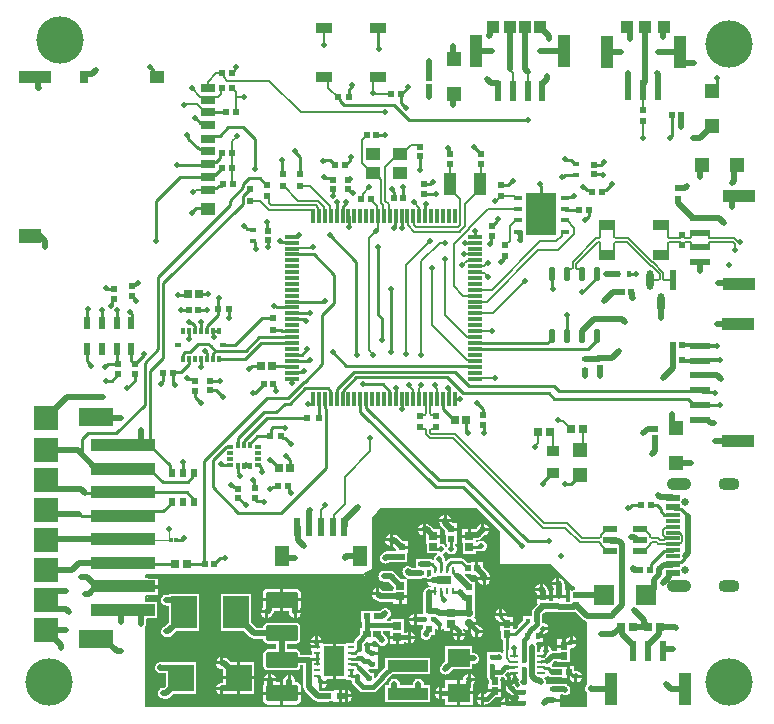
<source format=gtl>
%FSTAX23Y23*%
%MOIN*%
%SFA1B1*%

%IPPOS*%
%AMD12*
4,1,8,0.007900,-0.018700,0.007900,0.018700,0.005900,0.020700,-0.005900,0.020700,-0.007900,0.018700,-0.007900,-0.018700,-0.005900,-0.020700,0.005900,-0.020700,0.007900,-0.018700,0.0*
1,1,0.003937,0.005900,-0.018700*
1,1,0.003937,0.005900,0.018700*
1,1,0.003937,-0.005900,0.018700*
1,1,0.003937,-0.005900,-0.018700*
%
%AMD13*
4,1,8,0.011800,-0.002000,0.011800,0.002000,0.009800,0.003900,-0.009800,0.003900,-0.011800,0.002000,-0.011800,-0.002000,-0.009800,-0.003900,0.009800,-0.003900,0.011800,-0.002000,0.0*
1,1,0.003937,0.009800,-0.002000*
1,1,0.003937,0.009800,0.002000*
1,1,0.003937,-0.009800,0.002000*
1,1,0.003937,-0.009800,-0.002000*
%
%AMD19*
4,1,8,-0.020900,-0.011600,0.020900,-0.011600,0.023800,-0.008700,0.023800,0.008700,0.020900,0.011600,-0.020900,0.011600,-0.023800,0.008700,-0.023800,-0.008700,-0.020900,-0.011600,0.0*
1,1,0.005807,-0.020900,-0.008700*
1,1,0.005807,0.020900,-0.008700*
1,1,0.005807,0.020900,0.008700*
1,1,0.005807,-0.020900,0.008700*
%
%AMD38*
4,1,8,0.011900,-0.020700,0.011900,0.020700,0.000000,0.032600,0.000000,0.032600,-0.011900,0.020700,-0.011900,-0.020700,0.000000,-0.032600,0.000000,-0.032600,0.011900,-0.020700,0.0*
1,1,0.023720,0.000000,-0.020700*
1,1,0.023720,0.000000,0.020700*
1,1,0.023720,0.000000,0.020700*
1,1,0.023720,0.000000,-0.020700*
%
%AMD50*
4,1,8,-0.004800,0.008400,-0.004800,-0.008400,0.000000,-0.013200,0.000000,-0.013200,0.004800,-0.008400,0.004800,0.008400,0.000000,0.013200,0.000000,0.013200,-0.004800,0.008400,0.0*
1,1,0.009546,0.000000,0.008400*
1,1,0.009546,0.000000,-0.008400*
1,1,0.009546,0.000000,-0.008400*
1,1,0.009546,0.000000,0.008400*
%
%AMD51*
4,1,8,-0.006200,-0.012500,0.006200,-0.012500,0.012500,-0.006200,0.012500,0.006200,0.006200,0.012500,-0.006200,0.012500,-0.012500,0.006200,-0.012500,-0.006200,-0.006200,-0.012500,0.0*
1,1,0.012500,-0.006200,-0.006200*
1,1,0.012500,0.006200,-0.006200*
1,1,0.012500,0.006200,0.006200*
1,1,0.012500,-0.006200,0.006200*
%
%AMD64*
4,1,8,0.053500,-0.020200,0.053500,0.020200,0.046800,0.027000,-0.046800,0.027000,-0.053500,0.020200,-0.053500,-0.020200,-0.046800,-0.027000,0.046800,-0.027000,0.053500,-0.020200,0.0*
1,1,0.013484,0.046800,-0.020200*
1,1,0.013484,0.046800,0.020200*
1,1,0.013484,-0.046800,0.020200*
1,1,0.013484,-0.046800,-0.020200*
%
%AMD70*
4,1,8,-0.006900,0.008200,-0.006900,-0.008200,-0.003400,-0.011600,0.003400,-0.011600,0.006900,-0.008200,0.006900,0.008200,0.003400,0.011600,-0.003400,0.011600,-0.006900,0.008200,0.0*
1,1,0.006890,-0.003400,0.008200*
1,1,0.006890,-0.003400,-0.008200*
1,1,0.006890,0.003400,-0.008200*
1,1,0.006890,0.003400,0.008200*
%
%AMD83*
4,1,8,0.008200,0.006900,-0.008200,0.006900,-0.011600,0.003400,-0.011600,-0.003400,-0.008200,-0.006900,0.008200,-0.006900,0.011600,-0.003400,0.011600,0.003400,0.008200,0.006900,0.0*
1,1,0.006890,0.008200,0.003400*
1,1,0.006890,-0.008200,0.003400*
1,1,0.006890,-0.008200,-0.003400*
1,1,0.006890,0.008200,-0.003400*
%
%AMD104*
4,1,8,-0.035400,0.000000,-0.035400,0.000000,-0.015700,-0.019700,0.015700,-0.019700,0.035400,0.000000,0.035400,0.000000,0.015700,0.019700,-0.015700,0.019700,-0.035400,0.000000,0.0*
1,1,0.039370,-0.015700,0.000000*
1,1,0.039370,-0.015700,0.000000*
1,1,0.039370,0.015700,0.000000*
1,1,0.039370,0.015700,0.000000*
%
%AMD105*
4,1,8,-0.041300,0.000000,-0.041300,0.000000,-0.021700,-0.019700,0.021700,-0.019700,0.041300,0.000000,0.041300,0.000000,0.021700,0.019700,-0.021700,0.019700,-0.041300,0.000000,0.0*
1,1,0.039370,-0.021700,0.000000*
1,1,0.039370,-0.021700,0.000000*
1,1,0.039370,0.021700,0.000000*
1,1,0.039370,0.021700,0.000000*
%
%ADD10R,0.021654X0.021654*%
%ADD11R,0.031656X0.029851*%
G04~CAMADD=12~8~0.0~0.0~413.4~157.5~19.7~0.0~15~0.0~0.0~0.0~0.0~0~0.0~0.0~0.0~0.0~0~0.0~0.0~0.0~270.0~158.0~414.0*
%ADD12D12*%
G04~CAMADD=13~8~0.0~0.0~78.7~236.2~19.7~0.0~15~0.0~0.0~0.0~0.0~0~0.0~0.0~0.0~0.0~0~0.0~0.0~0.0~270.0~236.0~78.0*
%ADD13D13*%
%ADD14R,0.017716X0.023622*%
%ADD15R,0.020472X0.020472*%
%ADD16R,0.023622X0.017716*%
%ADD17R,0.017716X0.017716*%
%ADD18R,0.023622X0.021260*%
G04~CAMADD=19~8~0.0~0.0~476.4~232.3~29.0~0.0~15~0.0~0.0~0.0~0.0~0~0.0~0.0~0.0~0.0~0~0.0~0.0~0.0~180.0~476.0~232.0*
%ADD19D19*%
%ADD20R,0.023443X0.026105*%
%ADD21R,0.017716X0.017716*%
%ADD22R,0.021654X0.021654*%
%ADD23R,0.025984X0.024409*%
%ADD24R,0.075047X0.061206*%
%ADD25R,0.133858X0.038583*%
%ADD26R,0.024409X0.025984*%
%ADD27R,0.019198X0.018601*%
%ADD28R,0.048031X0.049212*%
%ADD29R,0.039370X0.106299*%
%ADD30R,0.020472X0.020472*%
%ADD31R,0.049212X0.048031*%
%ADD32R,0.110236X0.039370*%
%ADD33R,0.039370X0.039370*%
%ADD34R,0.023622X0.066929*%
%ADD35R,0.024226X0.022538*%
%ADD36R,0.106299X0.039370*%
%ADD37R,0.066929X0.023622*%
G04~CAMADD=38~8~0.0~0.0~651.7~237.2~118.6~0.0~15~0.0~0.0~0.0~0.0~0~0.0~0.0~0.0~0.0~0~0.0~0.0~0.0~270.0~238.0~651.0*
%ADD38D38*%
%ADD39R,0.039370X0.110236*%
%ADD40R,0.102362X0.141732*%
%ADD41R,0.029921X0.016535*%
%ADD42O,0.021654X0.049212*%
%ADD43R,0.047244X0.011811*%
%ADD44R,0.011811X0.047244*%
%ADD45R,0.045275X0.023622*%
%ADD46R,0.047244X0.047244*%
%ADD47R,0.043307X0.035433*%
%ADD48R,0.026476X0.028163*%
%ADD49R,0.049212X0.025591*%
G04~CAMADD=50~8~0.0~0.0~263.1~95.5~47.7~0.0~15~0.0~0.0~0.0~0.0~0~0.0~0.0~0.0~0.0~0~0.0~0.0~0.0~90.0~96.0~263.0*
%ADD50D50*%
G04~CAMADD=51~8~0.0~0.0~250.0~250.0~62.5~0.0~15~0.0~0.0~0.0~0.0~0~0.0~0.0~0.0~0.0~0~0.0~0.0~0.0~180.0~250.0~250.0*
%ADD51D51*%
%ADD52R,0.055118X0.037401*%
%ADD53R,0.013780X0.023228*%
%ADD54R,0.047244X0.039370*%
%ADD55R,0.047244X0.027559*%
%ADD56R,0.031496X0.039370*%
%ADD57R,0.110236X0.039370*%
%ADD58R,0.074803X0.051181*%
%ADD59R,0.022538X0.024226*%
%ADD60R,0.023622X0.043307*%
%ADD61R,0.027803X0.028666*%
%ADD62R,0.023622X0.061024*%
%ADD63R,0.047244X0.070866*%
G04~CAMADD=64~8~0.0~0.0~539.4~1070.9~67.4~0.0~15~0.0~0.0~0.0~0.0~0~0.0~0.0~0.0~0.0~0~0.0~0.0~0.0~270.0~1071.0~539.0*
%ADD64D64*%
%ADD65R,0.015748X0.015748*%
%ADD66R,0.026476X0.026306*%
%ADD67R,0.019685X0.019685*%
%ADD68R,0.020866X0.009843*%
%ADD69R,0.066929X0.098425*%
G04~CAMADD=70~8~0.0~0.0~232.3~137.8~34.4~0.0~15~0.0~0.0~0.0~0.0~0~0.0~0.0~0.0~0.0~0~0.0~0.0~0.0~90.0~138.0~232.0*
%ADD70D70*%
%ADD71R,0.118110X0.062992*%
%ADD72R,0.021654X0.031496*%
%ADD73R,0.012205X0.011811*%
%ADD74R,0.085039X0.088976*%
%ADD75R,0.216535X0.039370*%
%ADD76R,0.078740X0.078740*%
%ADD77R,0.021654X0.023622*%
%ADD78R,0.053150X0.035433*%
%ADD79R,0.026195X0.026476*%
%ADD80R,0.022369X0.022538*%
%ADD81R,0.051181X0.039370*%
%ADD82R,0.043307X0.074803*%
G04~CAMADD=83~8~0.0~0.0~232.3~137.8~34.4~0.0~15~0.0~0.0~0.0~0.0~0~0.0~0.0~0.0~0.0~0~0.0~0.0~0.0~0.0~232.3~137.8*
%ADD83D83*%
%ADD84R,0.019685X0.015748*%
%ADD85R,0.023622X0.019685*%
%ADD86R,0.045275X0.011811*%
%ADD87R,0.066929X0.066142*%
%ADD88R,0.023622X0.023622*%
%ADD89R,0.009546X0.026306*%
%ADD90R,0.018432X0.018601*%
%ADD91R,0.019685X0.023622*%
%ADD92R,0.085000X0.107992*%
%ADD93R,0.023228X0.013780*%
%ADD94R,0.023719X0.065167*%
%ADD95C,0.009843*%
%ADD96C,0.007874*%
%ADD97C,0.019685*%
%ADD98C,0.006075*%
%ADD99C,0.015748*%
%ADD100C,0.008113*%
%ADD101C,0.003937*%
%ADD102C,0.010000*%
%ADD103C,0.011811*%
G04~CAMADD=104~8~0.0~0.0~393.7~708.7~196.9~0.0~15~0.0~0.0~0.0~0.0~0~0.0~0.0~0.0~0.0~0~0.0~0.0~0.0~90.0~708.0~394.0*
%ADD104D104*%
G04~CAMADD=105~8~0.0~0.0~393.7~826.8~196.9~0.0~15~0.0~0.0~0.0~0.0~0~0.0~0.0~0.0~0.0~0~0.0~0.0~0.0~90.0~827.0~393.0*
%ADD105D105*%
%ADD106C,0.157480*%
%ADD107C,0.019685*%
%ADD108C,0.025591*%
%ADD109C,0.019685*%
%ADD110C,0.015748*%
%ADD187C,0.005000*%
%ADD189C,0.010000*%
%LNrelia-1*%
%LPD*%
G54D187*
X01617Y00618D02*
Y00507D01*
X01788*
X01867Y00428*
X01867Y00428*
X01852*
Y00386*
X01845*
X01844Y00387*
Y00401*
X0182*
X01795*
Y00389*
X01787*
Y00398*
X01765*
X01742*
Y00378*
X01744*
X01744Y00377*
X01731Y00364*
X01726Y00358*
X01725Y0035*
Y00339*
X01695*
Y00322*
X0167Y00297*
X01669Y00298*
Y00308*
X01645*
X0162*
Y00285*
X01622*
Y00255*
X01629*
Y00224*
X0163Y0022*
X01629Y00218*
X01628Y00218*
X01624Y0022*
X01615*
X01615Y00219*
X01611Y00219*
X01575Y00219*
Y00184*
Y0015*
X01576*
Y00132*
X01577Y00125*
X01581Y00119*
X01582Y00118*
Y00114*
X0158*
Y00091*
X01605*
X01629*
Y00114*
X01627*
Y00131*
X01627Y00132*
X01628Y00133*
X01631Y00127*
X01637Y00121*
X01647Y00116*
Y00137*
X01652*
Y00116*
X01662Y00121*
X01667Y00125*
Y00142*
X01672*
Y00128*
X01679*
X0168Y00128*
X01682Y00127*
X01682Y00125*
X01679Y00119*
Y0011*
X01682Y00103*
X01682Y00103*
X01682Y00102*
X0168*
X01678Y00103*
X01677Y00106*
X01671Y00112*
X01664Y00115*
X01655*
X01648Y00112*
X01642Y00106*
X01639Y00099*
Y0009*
X01642Y00083*
X01648Y00077*
X01652Y00076*
X01658Y0007*
X01664Y00066*
X01671Y00065*
X01671*
X01673Y00063*
X01673Y00064*
X01655*
X01647Y00068*
Y00047*
X01642*
Y00042*
X01621*
X01623Y00038*
X01622Y00037*
X00442*
Y00085*
Y00299*
X00442Y003*
X00444Y00302*
X00444Y00304*
X00445Y00305*
Y00308*
X00445Y00309*
Y00326*
X00483*
Y00386*
X00442*
Y00402*
X00485*
Y00432*
X00367*
Y00437*
X00485*
Y00467*
X00442*
Y00472*
X01165*
X01188Y00487*
X01191*
Y00489*
X01197Y00493*
Y00663*
X01226Y00692*
X01543*
X01617Y00618*
G54D189*
X01612Y00616D02*
Y00502D01*
X01786*
X01862Y00427*
X01864Y00433*
X01847*
Y00391*
X01846*
X01849Y00391*
Y00406*
X0182*
X0179*
Y00394*
X01792*
Y00403*
X01765*
X01737*
Y00373*
X01739*
X01739Y00379*
X01727Y00367*
X01722Y0036*
X0172Y00351*
Y00344*
X0169*
Y00324*
X01668Y00303*
X01674Y00301*
Y00313*
X01645*
X01615*
Y0028*
X01617*
Y0025*
X01624*
Y00224*
X01625Y0022*
X01625Y00222*
X01628Y00223*
X01625Y00225*
X01614*
X01614Y00224*
X01611Y00224*
X0157Y00224*
Y00184*
Y00145*
X01571*
Y00131*
X01573Y00123*
X01577Y00116*
X01577Y00116*
Y00119*
X01575*
Y00086*
X01605*
X01634*
Y00119*
X01632*
Y00131*
X01632Y00128*
X01625Y00127*
X01626Y00124*
X01634Y00116*
X01652Y00109*
Y00132*
X0165Y00135*
X01646Y00108*
X01665Y00116*
X01672Y00123*
Y00137*
X01669Y0014*
X01666Y00123*
X0168*
X01679Y00123*
X01677Y00125*
X01677Y00126*
X01674Y0012*
Y00109*
X01677Y00103*
X01679Y00107*
X0168*
X01682Y00107*
X01681Y00109*
X01674Y00116*
X01665Y0012*
X01654*
X01645Y00116*
X01638Y00109*
X01634Y001*
Y00089*
X01638Y0008*
X01645Y00073*
X01649Y00071*
X01655Y00066*
X01662Y00061*
X0167Y0006*
X01669*
X01674Y00053*
X0168Y00069*
X01656*
X01642Y00075*
Y00052*
X0164Y0005*
X01639Y00047*
X01614*
X01617Y00039*
X0162Y00042*
X00447*
Y00085*
Y00298*
X00447Y00298*
X00448Y003*
X00449Y00302*
X0045Y00304*
Y00307*
X0045Y00309*
Y00321*
X00488*
Y00391*
X00447*
Y00397*
X0049*
Y00437*
X00372*
X0037Y00435*
X0049Y00432*
Y00472*
X00447*
Y00467*
X01167*
X01189Y00482*
X01196*
Y00486*
X01202Y0049*
Y00661*
X01228Y00687*
X01541*
X01612Y00616*
X00449Y00045D02*
X01614D01*
X00449Y00055D02*
X0164D01*
X01675D02*
X01674D01*
X00449Y00065D02*
X0164D01*
X01659D02*
X01678D01*
X00449Y00075D02*
X0164D01*
X00449Y00085D02*
X01636D01*
X00449Y00095D02*
X01574D01*
X01635D02*
X01634D01*
X00449Y00105D02*
X01574D01*
X01635D02*
X01636D01*
X00449Y00115D02*
X01574D01*
X01635D02*
X01638D01*
X01647D02*
X0166D01*
X00449Y00125D02*
X01572D01*
X01629D02*
X0163D01*
X01651D02*
X0165D01*
X01669D02*
X0167D01*
X00449Y00135D02*
X0157D01*
X01671D02*
X0167D01*
X00449Y00145D02*
X0157D01*
X00449Y00155D02*
X0157D01*
X00449Y00165D02*
X0157D01*
X00449Y00175D02*
X0157D01*
X00449Y00185D02*
X0157D01*
X00449Y00195D02*
X0157D01*
X00449Y00205D02*
X0157D01*
X00449Y00215D02*
X0157D01*
X00449Y00225D02*
X01622D01*
X00449Y00235D02*
X01622D01*
X00449Y00245D02*
X01622D01*
X00449Y00255D02*
X01616D01*
X00449Y00265D02*
X01616D01*
X00449Y00275D02*
X01616D01*
X00449Y00285D02*
X01614D01*
X00449Y00295D02*
X01614D01*
X00451Y00305D02*
X01614D01*
X01671D02*
X01672D01*
X00453Y00315D02*
X01678D01*
X00491Y00325D02*
X01688D01*
X00491Y00335D02*
X01688D01*
X00491Y00345D02*
X01718D01*
X00491Y00355D02*
X0172D01*
X00491Y00365D02*
X01724D01*
X00491Y00375D02*
X01732D01*
X01739D02*
X01738D01*
X00491Y00385D02*
X01736D01*
X00449Y00395D02*
X01736D01*
X01793D02*
X01792D01*
X01849D02*
X01848D01*
X00493Y00405D02*
X0179D01*
X01849D02*
X01848D01*
X00493Y00415D02*
X01846D01*
X00493Y00425D02*
X01846D01*
X00371Y00435D02*
X01852D01*
X00493Y00445D02*
X01842D01*
X00493Y00455D02*
X01832D01*
X00493Y00465D02*
X01822D01*
X01181Y00475D02*
X01812D01*
X01197Y00485D02*
X01802D01*
X01203Y00495D02*
X01792D01*
X01203Y00505D02*
X0161D01*
X01203Y00515D02*
X0161D01*
X01203Y00525D02*
X0161D01*
X01203Y00535D02*
X0161D01*
X01203Y00545D02*
X0161D01*
X01203Y00555D02*
X0161D01*
X01203Y00565D02*
X0161D01*
X01203Y00575D02*
X0161D01*
X01203Y00585D02*
X0161D01*
X01203Y00595D02*
X0161D01*
X01203Y00605D02*
X0161D01*
X01203Y00615D02*
X0161D01*
X01203Y00625D02*
X01602D01*
X01203Y00635D02*
X01592D01*
X01203Y00645D02*
X01582D01*
X01203Y00655D02*
X01572D01*
X01207Y00665D02*
X01562D01*
X01217Y00675D02*
X01552D01*
X01227Y00685D02*
X01542D01*
G54D187*
X01797Y00347D02*
X01812D01*
X01818Y00345*
X01867*
X01873Y00346*
X01896Y00323*
X01903Y00319*
X01907Y00318*
Y00109*
X01906Y00107*
X01902Y00099*
Y0009*
X01906Y00082*
X01907Y0008*
Y00037*
X01825*
X01824Y00038*
Y00053*
X01802*
Y00058*
X01824*
Y00072*
X01825Y00073*
X01828*
X01828Y00072*
X0183Y00072*
X01832Y0007*
X01834Y0007*
X01835Y00069*
X01838*
X0184Y00069*
X01841Y00069*
X01844*
X01845Y0007*
X01847Y0007*
X01849Y00072*
X01851Y00072*
X01852Y00074*
X01854Y00075*
X01855Y00077*
X01857Y00078*
X01857Y0008*
X01859Y00082*
X01859Y00084*
X0186Y00085*
Y00088*
X0186Y0009*
X0186Y00091*
Y00094*
X01859Y00095*
X01859Y00097*
X01857Y00099*
X01857Y00101*
X01855Y00102*
X01854Y00104*
X0185Y00108*
X01844Y00112*
X01836Y00114*
X01799*
X01793Y00112*
X01781*
X01781Y00113*
X0178Y00114*
X0178Y00115*
X0178Y00116*
Y00119*
X01779Y0012*
X01779Y00122*
X01777Y00124*
X01777Y00126*
X01775Y00127*
X01774Y00129*
X01773Y0013*
X01774Y00131*
X01774Y00131*
X01779Y00134*
X01779Y00134*
X01781Y00134*
X01787Y0013*
X01794Y00129*
X01818*
X01823Y0013*
X01829*
Y00128*
X01848*
Y0015*
Y00171*
X01829*
Y00169*
X01823*
X01818Y0017*
X01799*
X01797Y00172*
X01797Y00172*
X01806Y00182*
X01812*
Y00179*
X01857*
Y00211*
X01859*
Y00227*
X01864*
X01872Y00231*
X01878Y00237*
X01883Y00247*
X01862*
Y00252*
X01857*
Y00273*
X01847Y00268*
X01841Y00262*
X0184Y00262*
X01837*
Y00239*
X01832*
Y00234*
X0181*
Y00223*
X01798*
X01798Y00223*
X01797Y00224*
Y00224*
X01793Y00232*
X01787Y00238*
X01777Y00243*
Y00222*
X01772*
Y00243*
X01762Y00238*
X01756Y00232*
X01752Y00224*
Y00221*
X01751*
X0175Y00221*
Y00233*
X0175Y00235*
Y00237*
X01749Y00239*
X01749Y00241*
X01747Y00243*
X01747Y00244*
X01746Y00245*
X01746Y00244*
X01747Y00245*
X0177*
Y00267*
X01751*
Y00272*
X01769*
X01777Y00275*
X01784Y00282*
X01788Y00292*
X01767*
Y00297*
X01788*
X01784Y00307*
X01777Y00313*
X01769Y00317*
X01767*
X01766Y00318*
X01766Y0032*
Y00341*
X01773Y00348*
X01783*
X01797Y00348*
Y00347*
X01749Y0024D02*
Y00245D01*
X01754Y00229D02*
Y00245D01*
Y00268D02*
Y00271D01*
X01759Y00238D02*
Y00245D01*
Y00268D02*
Y00271D01*
X01764Y00241D02*
Y00245D01*
Y00268D02*
Y00271D01*
X01769Y00243D02*
Y00245D01*
Y00268D02*
Y00271D01*
Y00293D02*
Y00296D01*
Y00318D02*
Y00344D01*
X01774Y00131D02*
D01*
Y00223D02*
Y00274D01*
Y00293D02*
Y00296D01*
Y00317D02*
Y00349D01*
X01779Y00122D02*
Y00134D01*
Y00244D02*
Y00277D01*
Y00293D02*
Y00296D01*
Y00314D02*
Y00349D01*
X01784Y00114D02*
Y00133D01*
Y00242D02*
Y00282D01*
Y00293D02*
Y00296D01*
Y00309D02*
Y00349D01*
X01789Y00114D02*
Y0013D01*
Y00239D02*
Y00349D01*
X01794Y00115D02*
Y00129D01*
Y00234D02*
Y00349D01*
X01799Y00115D02*
Y00128D01*
Y00172D02*
Y00175D01*
Y00225D02*
Y00346D01*
X01804Y00055D02*
Y00058D01*
Y00115D02*
Y00128D01*
Y00172D02*
Y0018D01*
Y00225D02*
Y00346D01*
X01809Y00055D02*
Y00058D01*
Y00115D02*
Y00128D01*
Y00172D02*
Y00182D01*
Y00225D02*
Y00346D01*
X01814Y00055D02*
Y00058D01*
Y00115D02*
Y00128D01*
Y00172D02*
Y00179D01*
Y00235D02*
Y00346D01*
X01819Y00055D02*
Y00058D01*
Y00115D02*
Y00129D01*
Y00172D02*
Y00179D01*
Y00235D02*
Y00345D01*
X01824Y0004D02*
Y00072D01*
Y00115D02*
Y00129D01*
Y00171D02*
Y00179D01*
Y00235D02*
Y00345D01*
X01829Y00038D02*
Y00072D01*
Y00115D02*
Y00127D01*
Y00173D02*
Y00179D01*
Y00235D02*
Y00345D01*
X01834Y00038D02*
Y0007D01*
Y00115D02*
Y00127D01*
Y00173D02*
Y00179D01*
Y0024D02*
Y00345D01*
X01839Y00038D02*
Y00069D01*
Y00115D02*
Y00127D01*
Y00173D02*
Y00179D01*
Y00263D02*
Y00345D01*
X01844Y00038D02*
Y0007D01*
Y00114D02*
Y00127D01*
Y00173D02*
Y00179D01*
Y00268D02*
Y00345D01*
X01849Y00038D02*
Y00071D01*
Y00111D02*
Y00179D01*
Y00271D02*
Y00345D01*
X01854Y00038D02*
Y00074D01*
Y00106D02*
Y00179D01*
Y00273D02*
Y00345D01*
X01859Y00038D02*
Y00084D01*
Y00097D02*
Y0021D01*
Y00253D02*
Y00345D01*
X01864Y00038D02*
Y00228D01*
Y00248D02*
Y00345D01*
X01869Y00038D02*
Y00229D01*
Y00248D02*
Y00346D01*
X01874Y00038D02*
Y00232D01*
Y00248D02*
Y00345D01*
X01879Y00038D02*
Y00237D01*
Y00248D02*
Y0034D01*
X01884Y00038D02*
Y00335D01*
X01889Y00038D02*
Y0033D01*
X01894Y00038D02*
Y00325D01*
X01899Y00038D02*
Y00321D01*
X01904Y00038D02*
Y00087D01*
Y00104D02*
Y00318D01*
%LNrelia-2*%
%LPC*%
G36*
X01445Y00674D02*
Y0066D01*
X01459*
X01456Y00666*
X01451Y00671*
X01445Y00674*
G37*
G36*
X01435D02*
X01428Y00671D01*
X01423Y00666*
X0142Y0066*
X01435*
Y00674*
G37*
G36*
X0157Y00644D02*
Y0063D01*
X01584*
X01581Y00636*
X01576Y00641*
X0157Y00644*
G37*
G36*
X01365D02*
X01358Y00641D01*
X01353Y00636*
X0135Y0063*
X01365*
Y00644*
G37*
G36*
X01515Y00627D02*
X01496D01*
Y00608*
X01515*
Y00627*
G37*
G36*
X01365Y0062D02*
X0135D01*
X01353Y00613*
X01358Y00608*
X01365Y00605*
Y0062*
G37*
G36*
X01255Y00609D02*
X01248Y00606D01*
X01243Y00601*
X0124Y00595*
X01255*
Y00609*
G37*
G36*
Y00585D02*
X0124D01*
X01243Y00578*
X01248Y00573*
X01255Y0057*
Y00585*
G37*
G36*
X01461Y0065D02*
X0142D01*
X01421Y00646*
Y00645*
X01423Y00638*
X01427Y00632*
X01439Y0062*
Y00605*
X01441*
Y00576*
X01446*
Y00572*
X01444Y0057*
X01444Y00568*
X0144*
X0144Y0057*
X01435Y00575*
X01428Y00577*
X01427*
X01423Y00577*
Y00597*
X014*
Y00607*
X01423*
Y00626*
X01401*
X0139Y00637*
X01384Y00641*
X01378Y00642*
X01375Y00644*
Y00625*
Y00602*
X01376Y00601*
Y00577*
X01378*
Y00545*
X01412*
X01413Y00541*
X01413Y00541*
X01409Y0054*
X01404Y00535*
X01402Y00528*
Y00524*
X01401Y00523*
X01397Y00522*
X01397Y00523*
X01391Y00527*
X01384Y00528*
X0136*
X01353Y00527*
X01351Y00526*
X01342*
Y00512*
X01341Y0051*
X01342Y00509*
Y00497*
X01328*
X01327Y00497*
X01326Y00498*
X01325Y005*
X01323Y005*
X01321Y00501*
X0132Y00502*
X01318Y00502*
X01316*
X01315Y00503*
X01313Y00502*
X01311*
X01309Y00502*
X01308Y00501*
X01306Y005*
X01304Y005*
X01303Y00498*
X01302Y00497*
X01301Y00496*
X01299Y00495*
X01299Y00493*
X01298Y00491*
X01297Y0049*
X01297Y00488*
Y00486*
X01296Y00485*
X01297Y00483*
Y00481*
X01297Y00479*
X01298Y00478*
X01299Y00476*
X01299Y00474*
X01301Y00473*
X01302Y00472*
X01307Y00466*
X0131Y00464*
X01311Y00464*
X01311Y00463*
X01308Y00459*
X01308*
X01308*
X01307*
X01293*
X0127Y00482*
X01264Y00486*
X01257Y00488*
X01235*
X01233Y00487*
X01231*
X01229Y00487*
X01228Y00486*
X01226Y00485*
X01224Y00485*
X01223Y00483*
X01222Y00482*
X01221Y00481*
X01219Y0048*
X01219Y00478*
X01218Y00476*
X01217Y00475*
X01217Y00473*
Y00471*
X01216Y0047*
X01217Y00468*
Y00466*
X01217Y00464*
X01218Y00463*
X01219Y00461*
X01219Y00459*
X01221Y00458*
X01222Y00457*
X01223Y00456*
X01224Y00454*
X01226Y00454*
X01228Y00453*
X01229Y00452*
X01231Y00452*
X01233*
X01235Y00451*
X0125*
X01268Y00433*
Y00427*
X01266*
Y0042*
X01232*
X01231Y00421*
X01226Y00426*
X0122Y00429*
Y0041*
X01215*
Y00405*
X01195*
X01198Y00398*
X01203Y00393*
X01208Y00391*
X01209Y00389*
X01215Y00386*
X01222Y00384*
X01266*
Y00378*
X01285*
Y00402*
X0129*
Y00407*
X01313*
Y00427*
X01311*
Y00455*
Y00456*
X01311Y00459*
X01312Y0046*
X01315Y00462*
X0132Y00461*
X0136*
X01366Y00462*
X01368Y00463*
X01377*
Y00477*
X01378Y00479*
X01377Y0048*
Y00491*
X01381Y00492*
X01385Y00491*
X01388Y00492*
X01392Y0049*
X01392Y00489*
Y00482*
X01393Y00477*
X01393Y00477*
X01392Y00473*
X01388Y00471*
X01383Y00466*
X0138Y0046*
X014*
Y0045*
X0138*
X01383Y00443*
X01388Y00438*
X01392Y00436*
Y00432*
X01389*
X01388Y00432*
X01385Y00433*
X01378Y00431*
X01372Y00427*
X01368Y00421*
X01366Y00415*
Y00376*
X01365*
Y00342*
X01351*
X01351*
X01347Y00343*
X01345Y00344*
Y00325*
Y00305*
X01347Y00306*
X01351Y00307*
X01351*
X01365*
Y00296*
X01364Y00295*
X0136Y0029*
X01359Y00284*
X01357Y00278*
Y00271*
X01359Y00264*
X01364Y00259*
X01371Y00257*
X01378*
X01385Y00259*
X0139Y00264*
X01392Y00271*
Y00273*
X01404*
Y00292*
X01408Y00293*
X01408Y00293*
X01415Y0029*
Y0031*
X01425*
Y0029*
X01431Y00293*
X01433Y00295*
X01436Y00293*
Y00287*
X01455*
Y00311*
X01465*
Y00282*
X01466Y00281*
X01465Y0028*
X01504*
X01501Y00286*
X01499Y00288*
X01499Y00292*
X01502Y00294*
X01507Y0029*
X01513Y00289*
X01515*
Y00312*
X0152*
Y00317*
X01542*
Y00318*
X01541Y00325*
X01537Y0033*
X01536Y00331*
X01539Y00335*
X0154Y00341*
Y00353*
X01539Y00359*
X01538Y00361*
Y00378*
X01538*
Y00414*
Y00451*
X01526*
X01505Y00473*
X01506Y00476*
X01525*
Y00474*
X0154*
X0155Y00465*
X01589*
X01588Y00468*
Y0047*
X01586Y00477*
X01582Y00483*
X01565Y005*
Y00515*
X0155*
Y00495*
X0154*
Y00515*
X01525*
Y00513*
X01514*
X01502Y00525*
X01497Y00528*
X01492Y00529*
X01457*
X01452Y00528*
X01448Y00525*
X01441Y00519*
X01441Y00519*
X01437Y00521*
Y00528*
X01435Y00535*
X01431Y00539*
X01431Y00542*
X01431Y00543*
X01435Y00544*
X0144Y00549*
X0144Y00551*
X01444*
X01444Y00549*
X01449Y00544*
X01456Y00542*
X01463*
X0147Y00544*
X01475Y00549*
X01477Y00556*
Y00563*
X01475Y0057*
X01473Y00572*
Y00576*
X01478*
Y00605*
X0148*
Y0062*
X0146*
Y0063*
X0148*
Y00645*
X01465*
X01461Y0065*
G37*
G36*
X0156Y00644D02*
X01553Y00641D01*
X01548Y00636*
X01546Y00631*
X01542Y00627*
X01525*
Y00603*
X0152*
Y00598*
X01496*
Y00579*
X01498*
Y00544*
X01541*
Y00553*
X01553*
X01554Y00553*
X01556Y00552*
X01563*
X0157Y00554*
X01575Y00559*
X01577Y00566*
Y00573*
X01575Y0058*
X0157Y00585*
X01563Y00587*
X01556*
X01549Y00585*
X01547Y00582*
X01543Y00583*
Y0059*
X01548*
X01554Y00591*
X0156Y00595*
X01571Y00606*
X01576Y00608*
X01581Y00613*
X01584Y0062*
X01565*
Y00625*
X0156*
Y00644*
G37*
G36*
X01265Y00609D02*
Y0059D01*
Y0057*
X01274Y0056*
Y00552*
X01244*
X01237Y0055*
X01231Y00547*
X01227Y00542*
X01226Y00541*
X01224Y0054*
X01224Y00538*
X01223Y00536*
X01222Y00535*
X01222Y00533*
Y00531*
X01221Y0053*
X01222Y00528*
Y00526*
X01222Y00524*
X01223Y00523*
X01224Y00521*
X01224Y00519*
X01226Y00518*
X01227Y00517*
X01228Y00516*
X01229Y00514*
X01231Y00514*
X01233Y00513*
X01234Y00512*
X01236Y00512*
X01238*
X0124Y00511*
X01241Y00512*
X01243*
X01245Y00512*
X01246Y00513*
X01248Y00514*
X0125Y00514*
X01251Y00516*
X01276*
Y00516*
X01313*
Y00545*
X01315*
Y0056*
X01295*
Y0057*
X01315*
Y00585*
X013*
X01283Y00602*
X01277Y00606*
X0127Y00608*
X01268*
X01265Y00609*
G37*
G36*
X0181Y00464D02*
X01803Y00461D01*
X01798Y00456*
X01795Y0045*
X0181*
Y00464*
G37*
G36*
X01589Y00455D02*
X01575D01*
Y0044*
X01581Y00443*
X01586Y00448*
X01589Y00455*
G37*
G36*
X01565D02*
X0155D01*
X01553Y00448*
X01558Y00443*
X01565Y0044*
Y00455*
G37*
G36*
X01755Y00444D02*
X01748Y00441D01*
X01743Y00436*
X0174Y0043*
X01755*
Y00444*
G37*
G36*
X0121Y00429D02*
X01203Y00426D01*
X01198Y00421*
X01195Y00415*
X0121*
Y00429*
G37*
G36*
X0182Y00464D02*
Y00445D01*
X01815*
Y0044*
X01795*
X01798Y00433*
X01801Y0043*
Y00422*
X01798*
Y00408*
X0182*
X01841*
Y00422*
X01838*
Y0044*
X01836Y00446*
X01834Y0045*
X01831Y00456*
X01826Y00461*
X0182Y00464*
G37*
G36*
X01765Y00444D02*
Y00425D01*
X0176*
Y0042*
X0174*
X01743Y00413*
X01744Y00412*
Y00405*
X01765*
X01785*
Y0042*
X01782*
X01781Y00427*
X01779Y0043*
X01776Y00436*
X01771Y00441*
X01765Y00444*
G37*
G36*
X00941Y00428D02*
X009D01*
Y00395*
X00958*
Y00411*
X00957Y00417*
X00953Y00423*
X00948Y00426*
X00941Y00428*
G37*
G36*
X0089D02*
X00848D01*
X00841Y00426*
X00836Y00423*
X00832Y00417*
X00831Y00411*
Y00395*
X0089*
Y00428*
G37*
G36*
X01313Y00397D02*
X01295D01*
Y00378*
X01313*
Y00397*
G37*
G36*
X0163Y00359D02*
Y00345D01*
X01644*
X01641Y00351*
X01636Y00356*
X0163Y00359*
G37*
G36*
X0162D02*
X01613Y00356D01*
X01608Y00351*
X01605Y00345*
X0162*
Y00359*
G37*
G36*
X00959Y00345D02*
X00945D01*
Y0033*
X00951Y00333*
X00956Y00338*
X00959Y00345*
G37*
G36*
X00958Y00385D02*
X009D01*
Y00353*
X0092*
Y00346*
X00923Y00338*
X00928Y00333*
X00935Y0033*
Y0035*
X0094*
Y00355*
X00959*
X00956Y00361*
X00956Y00361*
Y00362*
X00957Y00364*
X00958Y0037*
Y00385*
G37*
G36*
X0089D02*
X00831D01*
Y0037*
X00832Y00365*
X00828Y00361*
X00825Y00355*
X00845*
Y0035*
X0085*
Y0033*
X00856Y00333*
X00861Y00338*
X00863Y00343*
X00864Y00343*
X00867Y00349*
X00868Y00353*
X0089*
Y00385*
G37*
G36*
X0084Y00345D02*
X00825D01*
X00828Y00338*
X00833Y00333*
X0084Y0033*
Y00345*
G37*
G36*
X01335Y00344D02*
X01328Y00341D01*
X01323Y00336*
X0132Y0033*
X01335*
Y00344*
G37*
G36*
X01645Y00335D02*
X01605D01*
X01608Y00328*
X01613Y00323*
X01617Y00321*
X01617Y00321*
X01622Y00316*
X01645*
X01666*
Y00334*
X01646*
X01645Y00335*
G37*
G36*
X01335Y0032D02*
X0132D01*
X01323Y00313*
X01328Y00308*
X01335Y00305*
Y0032*
G37*
G36*
X01325Y00284D02*
Y0027D01*
X01339*
X01336Y00276*
X01331Y00281*
X01325Y00284*
G37*
G36*
X00618Y00411D02*
X00517D01*
Y00408*
X0051*
X00508Y00407*
X00506*
X00504Y00407*
X00503Y00406*
X00501Y00405*
X00499Y00405*
X00498Y00403*
X00497Y00402*
X00496Y00401*
X00494Y004*
X00494Y00398*
X00493Y00396*
X00492Y00395*
X00492Y00393*
Y00391*
X00491Y0039*
X00492Y00388*
Y00386*
X00492Y00384*
X00493Y00383*
X00494Y00381*
X00494Y00379*
X00496Y00378*
X00497Y00377*
X00498Y00376*
X00499Y00374*
X00501Y00374*
X00503Y00373*
X00504Y00372*
X00506Y00372*
X00508*
X0051Y00371*
X00517*
Y00313*
X00506Y00302*
X00506*
X00504Y00302*
X00503Y00301*
X00501Y003*
X00499Y003*
X00498Y00298*
X00497Y00297*
X00496Y00296*
X00494Y00295*
X00494Y00293*
X00493Y00291*
X00492Y0029*
X00492Y00288*
Y00286*
X00491Y00285*
X00492Y00283*
Y00281*
X00492Y00279*
X00493Y00278*
X00494Y00276*
X00494Y00274*
X00496Y00273*
X00497Y00272*
X00498Y00271*
X00499Y00269*
X00501Y00269*
X00503Y00268*
X00504Y00267*
X00506Y00267*
X00508*
X0051Y00266*
X00514*
X00521Y00268*
X00527Y00272*
X00543Y00288*
X00618*
Y00411*
G37*
G36*
X01564Y0028D02*
X0155D01*
Y00265*
X01556Y00268*
X01561Y00273*
X01564Y0028*
G37*
G36*
X01547Y00307D02*
X01525D01*
Y00284*
X01525Y00284*
Y00281*
X01528Y00273*
X01533Y00268*
X0154Y00265*
Y00285*
X01545*
Y0029*
X01564*
X01561Y00296*
X01556Y00301*
X01551Y00303*
X01547Y00307*
G37*
G36*
X01504Y0027D02*
X0149D01*
Y00255*
X01496Y00258*
X01501Y00263*
X01504Y0027*
G37*
G36*
X0148D02*
X01465D01*
X01468Y00263*
X01473Y00258*
X0148Y00255*
Y0027*
G37*
G36*
X01015Y00269D02*
Y00255D01*
X01029*
X01026Y00261*
X01021Y00266*
X01015Y00269*
G37*
G36*
X01005D02*
X00998Y00266D01*
X00993Y00261*
X0099Y00255*
X01005*
Y00269*
G37*
G36*
X01339Y0026D02*
X01325D01*
Y00245*
X01331Y00248*
X01336Y00253*
X01339Y0026*
G37*
G36*
X0124Y00363D02*
X01238Y00362D01*
X01236*
X01234Y00362*
X01233Y00361*
X01231Y0036*
X01229Y0036*
X01228Y00358*
X01227Y00357*
X01223Y00354*
X01213*
X01211Y00353*
X01158*
Y00316*
X01161*
Y00295*
X01156*
Y00277*
X01141Y00262*
X01137Y00256*
X01136Y0025*
Y00247*
X01108*
Y00244*
X01075*
Y00185*
Y00125*
X01108*
Y00122*
X01125*
X01125Y00122*
X01128Y0012*
X01129Y00114*
X01132Y00109*
X01154Y00087*
X01159Y00084*
X01165Y00083*
X01198*
X01199*
X01202Y00083*
Y00083*
X01205Y00084*
X0121Y00087*
X01241Y00118*
X01244Y00123*
X01245Y00127*
X01262Y00144*
X01389*
Y00198*
X0124*
Y00167*
X01218Y00145*
X01215Y0014*
X01214Y00137*
X01206Y00129*
X01202Y0013*
Y00146*
X01192*
X01183Y00155*
X01184Y00159*
X01214*
Y00191*
X01216Y00194*
Y00208*
X01195*
Y00218*
X01216*
Y00232*
X01201*
X012Y00235*
X0118*
Y00245*
X01199*
X01196Y00251*
X01196Y00251*
X01198Y00254*
X01207*
X01213Y00249*
X01213Y00248*
X01214Y00246*
X01214Y00244*
X01216Y00243*
X01217Y00242*
X01218Y00241*
X01219Y00239*
X01221Y00239*
X01223Y00238*
X01224Y00237*
X01226Y00237*
X01228*
X0123Y00236*
X01231Y00237*
X01233*
X01235Y00237*
X01236Y00238*
X01238Y00239*
X0124Y00239*
X01241Y00241*
X01242Y00242*
X01243Y00243*
X01245Y00244*
X01245Y00246*
X01246Y00248*
X01247Y00249*
X01247Y00251*
Y00253*
X01248Y00255*
Y00258*
X01246Y00265*
X01242Y0027*
X01233Y0028*
Y00288*
X01253*
X01256Y00288*
Y0027*
X0128*
Y00265*
X01285*
Y00242*
X01303*
Y00249*
X01307*
X01308Y00248*
X01315Y00245*
Y00265*
Y00284*
X01308Y00281*
X01308Y00281*
X01303*
Y00288*
X01301*
Y00325*
X01258*
Y00321*
X01247*
X01245Y00324*
X01252Y00332*
X01253Y00333*
X01255Y00334*
X01255Y00336*
X01256Y00338*
X01257Y00339*
X01257Y00341*
Y00343*
X01258Y00345*
X01257Y00346*
Y00348*
X01257Y0035*
X01256Y00351*
X01255Y00353*
X01255Y00355*
X01253Y00356*
X01252Y00357*
X01251Y00358*
X0125Y0036*
X01248Y0036*
X01246Y00361*
X01245Y00362*
X01243Y00362*
X01241*
X0124Y00363*
G37*
G36*
X01275Y0026D02*
X01256D01*
Y00242*
X01275*
Y0026*
G37*
G36*
X0069Y00199D02*
X00683Y00196D01*
X00678Y00191*
X00675Y00185*
X0069*
Y00199*
G37*
G36*
X0153Y00236D02*
X01439D01*
Y00185*
X01427Y00172*
X01426Y00171*
X01424Y0017*
X01424Y00168*
X01423Y00166*
X01422Y00165*
X01422Y00163*
Y00161*
X01421Y0016*
Y0016*
X01422Y00158*
Y00156*
X01422Y00154*
X01423Y00153*
X01424Y00151*
X01424Y00149*
X01426Y00148*
X01427Y00147*
X01428Y00146*
X01429Y00144*
X01431Y00144*
X01433Y00143*
X01434Y00142*
X01436Y00142*
X01438*
X0144Y00141*
X01441Y00142*
X01443*
X01445Y00142*
X01446Y00143*
X01448Y00144*
X0145Y00144*
X01451Y00146*
X01452Y00147*
X01452Y00147*
X01465Y00159*
X0153*
Y00176*
X01535*
X01536Y00177*
X01538*
X0154Y00177*
X01541Y00178*
X01543Y00179*
X01545Y00179*
X01546Y00181*
X01547Y00182*
X01548Y00183*
X0155Y00184*
X0155Y00186*
X01551Y00188*
X01552Y00189*
X01552Y00191*
Y00193*
X01553Y00195*
X01552Y00196*
Y00198*
X01552Y002*
X01551Y00201*
X0155Y00203*
X0155Y00205*
X01548Y00206*
X01547Y00207*
X01546Y00208*
X01545Y0021*
X01543Y0021*
X01541Y00211*
X0154Y00212*
X01538Y00212*
X01536*
X01535Y00213*
X0153*
Y00236*
G37*
G36*
X00803Y00184D02*
X00756D01*
Y00135*
X00803*
Y00184*
G37*
G36*
X007Y00199D02*
Y0018D01*
X00695*
Y00175*
X00675*
X00678Y00168*
X00683Y00163*
X00691Y0016*
X00697*
X00698Y00158*
Y00135*
X00746*
Y00184*
X00724*
X00716Y00192*
X0071Y00196*
X00703Y00198*
X00703*
X007Y00199*
G37*
G36*
X01525Y00144D02*
Y0013D01*
X01539*
X01536Y00136*
X01531Y00141*
X01525Y00144*
G37*
G36*
X0086D02*
Y0013D01*
X00874*
X00871Y00136*
X00866Y00141*
X0086Y00144*
G37*
G36*
X0085D02*
X00843Y00141D01*
X00838Y00136*
X00835Y0013*
X0085*
Y00144*
G37*
G36*
X00925Y00139D02*
Y0012D01*
X00915*
Y00139*
X00908Y00136*
X00903Y00131*
X009Y00123*
Y00116*
X009*
Y00084*
X00958*
Y00099*
X00957Y00105*
X00953Y00111*
X00948Y00115*
X00941Y00116*
X00939*
Y00123*
X00936Y00131*
X00931Y00136*
X00925Y00139*
G37*
G36*
X0135Y00128D02*
X01348Y00127D01*
X01346*
X01344Y00127*
X01343Y00126*
X01341Y00125*
X01339Y00125*
X01338Y00123*
X01337Y00122*
X01336Y00121*
X01334Y0012*
X01334Y00118*
X01333Y00116*
X01332Y00115*
X01332Y00113*
Y00111*
X01331Y0011*
Y00105*
X01288*
Y0011*
X01287Y00111*
Y00113*
X01287Y00115*
X01286Y00116*
X01285Y00118*
X01285Y0012*
X01283Y00121*
X01282Y00122*
X01281Y00123*
X0128Y00125*
X01278Y00125*
X01276Y00126*
X01275Y00127*
X01273Y00127*
X01271*
X0127Y00128*
X01268Y00127*
X01266*
X01264Y00127*
X01263Y00126*
X01261Y00125*
X01259Y00125*
X01258Y00123*
X01257Y00122*
X01256Y00121*
X01254Y0012*
X01254Y00118*
X01253Y00116*
X01252Y00115*
X01252Y00113*
Y00111*
X01251Y0011*
Y00105*
X0124*
Y00051*
X01389*
Y00105*
X01368*
Y0011*
X01367Y00111*
Y00113*
X01367Y00115*
X01366Y00116*
X01365Y00118*
X01365Y0012*
X01363Y00121*
X01362Y00122*
X01361Y00123*
X0136Y00125*
X01358Y00125*
X01356Y00126*
X01355Y00127*
X01353Y00127*
X01351*
X0135Y00128*
G37*
G36*
X0148Y00122D02*
X01437D01*
Y00097*
X01433*
X0143Y00099*
Y0008*
Y0006*
X01433Y00062*
X01437Y00059*
Y00041*
X0148*
Y00081*
Y00122*
G37*
G36*
X01044Y0011D02*
X0103D01*
Y00095*
X01036Y00098*
X01041Y00103*
X01044Y0011*
G37*
G36*
X01515Y00144D02*
X01508Y00141D01*
X01503Y00136*
X015Y00128*
Y00125*
X01499Y00124*
X01499Y00122*
X0149*
Y00086*
X01532*
Y00109*
X01536Y00113*
X01539Y0012*
X0152*
Y00125*
X01515*
Y00144*
G37*
G36*
X0142Y00099D02*
X01413Y00096D01*
X01408Y00091*
X01405Y00085*
X0142*
Y00099*
G37*
G36*
X00874Y0012D02*
X00835D01*
X00836Y00116*
Y00111*
X00836Y00111*
X00832Y00105*
X00831Y00099*
Y00084*
X0089*
Y00116*
X00877*
X00874Y0012*
G37*
G36*
X01626Y00083D02*
X01605D01*
X01578*
X01572Y00078*
X0157Y00079*
Y0006*
Y0004*
X01576Y00043*
X01577Y00044*
X01578*
X01584Y00045*
X01589Y00049*
X01605Y00065*
X01626*
Y00083*
G37*
G36*
X0069Y0009D02*
X00675D01*
X00678Y00083*
X00683Y00078*
X0069Y00075*
Y0009*
G37*
G36*
X00803Y00125D02*
X00756D01*
Y00075*
X00803*
Y00125*
G37*
G36*
X00746D02*
X00698D01*
Y00114*
X00691*
X00683Y00111*
X00678Y00106*
X00675Y001*
X00695*
Y00095*
X007*
Y00075*
X00746*
Y00125*
G37*
G36*
X01115Y00089D02*
Y00075D01*
X01129*
X01126Y00081*
X01121Y00086*
X01115Y00089*
G37*
G36*
X0156Y00079D02*
X01553Y00076D01*
X01548Y00071*
X01545Y00065*
X0156*
Y00079*
G37*
G36*
X0049Y00183D02*
X00488Y00182D01*
X00486*
X00484Y00182*
X00483Y00181*
X00481Y0018*
X00479Y0018*
X00478Y00178*
X00477Y00177*
X00476Y00176*
X00474Y00175*
X00474Y00173*
X00473Y00171*
X00472Y0017*
X00472Y00168*
Y00166*
X00471Y00165*
X00472Y00163*
Y00161*
X00472Y00159*
X00473Y00158*
X00474Y00156*
X00474Y00154*
X00476Y00153*
X00477Y00152*
X00477Y00151*
X00479Y0015*
X00479Y00149*
X00481Y00149*
X00483Y00147*
X00486Y00147*
X00486Y00147*
X00486*
X0049Y00146*
X00508*
Y00103*
X00503Y00098*
X005*
X00498Y00097*
X00496*
X00494Y00097*
X00493Y00096*
X00491Y00095*
X00489Y00095*
X00488Y00093*
X00487Y00092*
X00486Y00091*
X00484Y0009*
X00484Y00088*
X00483Y00086*
X00482Y00085*
X00482Y00083*
Y00081*
X00481Y0008*
X00482Y00078*
Y00076*
X00482Y00074*
X00483Y00073*
X00484Y00071*
X00484Y00069*
X00486Y00068*
X00487Y00067*
X00488Y00066*
X00489Y00064*
X00491Y00064*
X00493Y00063*
X00494Y00062*
X00496Y00062*
X00498*
X005Y00061*
X0051*
X00517Y00063*
X00523Y00067*
X00533Y00077*
X00608*
Y00182*
X00527*
X00525Y00182*
X00493*
X00493Y00182*
X00491*
X0049Y00183*
G37*
G36*
X0142Y00075D02*
X01405D01*
X01408Y00068*
X01413Y00063*
X0142Y0006*
Y00075*
G37*
G36*
X01129Y00065D02*
X01115D01*
Y0005*
X01121Y00053*
X01126Y00058*
X01129Y00065*
G37*
G36*
X01094Y00089D02*
Y0007D01*
Y0005*
X01105*
Y0007*
Y00089*
X01094*
G37*
G36*
X00792Y00411D02*
X00691D01*
Y00288*
X00768*
X0079Y00266*
X00796Y00262*
X00803Y00261*
X00833*
Y00258*
X00834Y00253*
X00837Y00248*
X00842Y00245*
X00848Y00243*
X00876*
Y00226*
X00848*
X00842Y00224*
X00837Y00221*
X00834Y00216*
X00833Y00211*
Y0017*
X00834Y00164*
X00837Y0016*
X00842Y00156*
X00848Y00155*
X00941*
X00947Y00156*
X00952Y0016*
X00955Y00164*
X00956Y0017*
Y00172*
X00966*
Y001*
X00967Y00093*
X00971Y00088*
X01002Y00057*
X01008Y00053*
X01015Y00051*
X0105*
X01052Y00052*
X01066*
X01069Y0005*
X01071*
X01084*
Y0007*
Y00089*
X01069*
X01066Y00087*
X01065*
X01052*
X0105Y00088*
X01022*
X01018Y00091*
X0102Y00093*
Y00115*
X01025*
Y0012*
X01044*
X01043Y00122*
X01045Y00125*
X01065*
Y00185*
Y00244*
X01033*
Y00245*
X0099*
X00992Y00239*
X01013*
Y00229*
X00993*
Y00219*
X00995*
Y00207*
X00989*
X00984Y00208*
X00956*
Y00211*
X00955Y00216*
X00952Y00221*
X00947Y00224*
X00941Y00226*
X00913*
Y00243*
X00941*
X00947Y00245*
X00952Y00248*
X00955Y00253*
X00956Y00258*
Y00299*
X00955Y00305*
X00952Y00309*
X00947Y00313*
X00941Y00314*
X00848*
X00842Y00313*
X00837Y00309*
X00834Y00305*
X00833Y00299*
Y00297*
X0081*
X00792Y00315*
Y00411*
G37*
G36*
X0164Y00064D02*
X01633Y00061D01*
X01628Y00056*
X01625Y0005*
X0164*
Y00064*
G37*
G36*
X00958Y00074D02*
X009D01*
Y00041*
X00941*
X00948Y00043*
X00953Y00046*
X00957Y00052*
X00958Y00058*
Y00074*
G37*
G36*
X0089D02*
X00831D01*
Y00058*
X00832Y00052*
X00836Y00046*
X00841Y00043*
X00848Y00041*
X0089*
Y00074*
G37*
G36*
X01532Y00076D02*
X0149D01*
Y00041*
X01532*
Y00076*
G37*
G36*
X0156Y00055D02*
X01545D01*
X01548Y00048*
X01553Y00043*
X0156Y0004*
Y00055*
G37*
G36*
X01865Y00269D02*
Y00255D01*
X01879*
X01876Y00261*
X01871Y00266*
X01865Y00269*
G37*
G36*
X0183Y00259D02*
X01812D01*
Y00241*
X0183*
Y00259*
G37*
G36*
X01894Y0013D02*
X0188D01*
Y00115*
X01886Y00118*
X01891Y00123*
X01894Y0013*
G37*
G36*
X0187Y00169D02*
X01856D01*
Y0015*
Y00127*
X01856Y00126*
X01858Y00123*
X01863Y00118*
X0187Y00115*
Y00135*
X01875*
Y0014*
X01894*
X01891Y00146*
X01886Y00151*
X01878Y00154*
X01871*
X0187Y00154*
Y00169*
G37*
%LNrelia-3*%
%LPD*%
G54D10*
X00682Y0136D03*
X00717D03*
X01117Y02065D03*
X00707Y02015D03*
X0192Y0169D03*
X01157Y01725D03*
X0073Y02095D03*
X00742Y02015D03*
X0073Y0188D03*
Y0183D03*
X00732Y01775D03*
X00697D03*
X00694Y0183D03*
Y02095D03*
Y0188D03*
X00892Y00936D03*
X00497Y01145D03*
X00856Y00936D03*
X01192Y01725D03*
X01884Y0169D03*
X01082Y02065D03*
X00532Y01145D03*
G54D11*
X00618Y0141D03*
X00581D03*
X01508Y0099D03*
X00826Y0117D03*
X00923Y00831D03*
X00885D03*
X01471Y0099D03*
X00863Y0117D03*
G54D12*
X01701Y00148D03*
X01728D03*
Y00201D03*
X01701D03*
G54D13*
X01669Y00184D03*
Y00165D03*
X0176Y00184D03*
Y00165D03*
Y00145D03*
X01669D03*
Y00204D03*
X0176D03*
G54D14*
X01711Y0027D03*
X02053Y01475D03*
X01748Y0027D03*
X02016Y01475D03*
G54D15*
X01765Y00369D03*
X01955Y01164D03*
X01935Y0184D03*
X0156Y01875D03*
X01455D03*
X01595Y01635D03*
X01565Y00974D03*
X0214Y00929D03*
X01765Y004D03*
X0146Y00625D03*
X01385Y0213D03*
X01355Y01869D03*
X01065Y0179D03*
X01115D03*
X0137Y01775D03*
X0085Y0162D03*
X00395Y01435D03*
X01295Y00565D03*
X00655Y01089D03*
X00749Y0073D03*
X01935Y01809D03*
X01595Y01604D03*
X01565Y01005D03*
X0146Y00594D03*
X0137Y01744D03*
X0085Y01589D03*
X01455Y01844D03*
X0156D03*
X01115Y01759D03*
X01065D03*
X01295Y00534D03*
X00655Y0112D03*
X00395Y01404D03*
X00749Y00761D03*
X01955Y01195D03*
X0214Y0096D03*
X01385Y02099D03*
X01355Y019D03*
G54D16*
X0182Y00366D03*
X017Y00083D03*
X01875Y01843D03*
X01905Y01156D03*
X0182Y00403D03*
X018Y00056D03*
X017Y00046D03*
X008Y01623D03*
X01195Y00213D03*
X01875Y01806D03*
X008Y01586D03*
X01195Y00176D03*
X01905Y01193D03*
X018Y00093D03*
G54D17*
X01745Y0032D03*
X01714D03*
G54D18*
X01875Y00372D03*
X02215Y01727D03*
Y01762D03*
X01875Y00407D03*
G54D19*
X0199Y0059D03*
X02089D03*
Y00552D03*
Y00627D03*
X0199Y00552D03*
Y00627D03*
G54D20*
X01645Y00278D03*
Y00311D03*
X01605Y00088D03*
Y00121D03*
G54D21*
X01595Y002D03*
Y00169D03*
G54D22*
X01212Y00335D03*
X01625Y01772D03*
X0164Y01537D03*
X00405Y01142D03*
X0035D03*
Y01177D03*
X00405D03*
X0152Y00397D03*
Y00432D03*
X01625Y01737D03*
X0164Y01572D03*
X021Y01987D03*
Y02022D03*
X01177Y00335D03*
G54D23*
X01212Y00275D03*
X01177D03*
G54D24*
X01485Y00198D03*
Y00081D03*
G54D25*
X01315Y00078D03*
Y00171D03*
G54D26*
X01835Y00203D03*
Y00236D03*
G54D27*
X01818Y0015D03*
X02093Y00705D03*
X02088Y0049D03*
X01851Y0015D03*
X02121Y0049D03*
X02126Y00705D03*
G54D28*
X0233Y02088D03*
X0147Y02193D03*
X0221Y00846D03*
X0233Y01971D03*
X0221Y00963D03*
X0147Y02076D03*
G54D29*
X02222Y02216D03*
X01977D03*
X02237Y00093D03*
X01992D03*
G54D30*
X02194Y02005D03*
X0206Y01415D03*
X01545Y00495D03*
X01291Y02075D03*
X0121Y0194D03*
X013Y0173D03*
X00584Y01355D03*
X00915Y00771D03*
X00834Y0111D03*
X0067Y0051D03*
X02029Y01415D03*
X01269Y0173D03*
X00865Y0111D03*
X00883Y00771D03*
X00615Y01355D03*
X01514Y00495D03*
X02225Y02005D03*
X0126Y02075D03*
X00639Y0051D03*
X01179Y0194D03*
G54D31*
X02413Y0184D03*
X02296D03*
G54D32*
X0242Y01736D03*
Y01443D03*
G54D33*
X02045Y023D03*
X01755D03*
X0217D03*
X02105D03*
X01705D03*
X01655D03*
X016D03*
G54D34*
X0205Y0209D03*
X01763Y02088D03*
X02164Y00219D03*
X01714Y02088D03*
X01665D03*
X01616D03*
X02115Y00219D03*
X02065D03*
X02149Y0209D03*
X021D03*
G54D35*
X01961Y0175D03*
X01073Y0184D03*
X01928Y0175D03*
X01106Y0184D03*
G54D36*
X02416Y0131D03*
Y00919D03*
G54D37*
X02288Y01516D03*
X0229Y01139D03*
X02288Y01565D03*
Y01614D03*
Y01663D03*
X0229Y0109D03*
Y01238D03*
Y01041D03*
Y01188D03*
Y00991D03*
G54D38*
X0216Y01381D03*
X02122Y01458D03*
G54D39*
X01836Y0222D03*
X01543D03*
G54D40*
X0176Y01675D03*
G54D41*
X01681Y01618D03*
X01838Y01731D03*
X01681D03*
Y01693D03*
Y01656D03*
X01838Y01618D03*
Y01656D03*
Y01693D03*
G54D42*
X01795Y01478D03*
X01845Y01271D03*
X01945Y01478D03*
X01895Y01271D03*
X01845Y01478D03*
X01895D03*
X01795Y01271D03*
X01945D03*
G54D43*
X0154Y01581D03*
X00929Y01601D03*
Y01148D03*
X0154Y01601D03*
X00929Y01581D03*
Y01128D03*
X0154Y01187D03*
Y01168D03*
Y01266D03*
X00929Y01286D03*
X0154Y01404D03*
Y01561D03*
Y01542D03*
Y01522D03*
Y01502D03*
Y01483D03*
Y01463D03*
Y01443D03*
Y01424D03*
Y01384D03*
Y01365D03*
Y01345D03*
Y01325D03*
Y01305D03*
Y01286D03*
Y01246D03*
Y01227D03*
Y01207D03*
Y01148D03*
Y01128D03*
X00929Y01168D03*
Y01187D03*
Y01207D03*
Y01227D03*
Y01246D03*
Y01266D03*
Y01305D03*
Y01325D03*
Y01345D03*
Y01365D03*
Y01404D03*
Y01424D03*
Y01443D03*
Y01463D03*
Y01483D03*
Y01502D03*
Y01522D03*
Y01542D03*
Y01561D03*
Y01384D03*
G54D44*
X01451Y01059D03*
X01294Y0167D03*
X01116D03*
X01254Y01059D03*
X01471D03*
X01274Y0167D03*
X01372D03*
X01294Y01059D03*
X01274D03*
X01353Y0167D03*
X01097D03*
X01077D03*
X00998Y01059D03*
X01333D03*
X01353D03*
X01372D03*
X01412D03*
X01313D03*
X01235D03*
X01215D03*
X01195D03*
X01175D03*
X01156D03*
X01136D03*
X01116D03*
X01097D03*
X01077D03*
X01038D03*
X01018Y0167D03*
X01038D03*
X01057D03*
X01136D03*
X01156D03*
X01175D03*
X01195D03*
X01215D03*
X01235D03*
X01254D03*
X01313D03*
X01333D03*
X01392D03*
X01412D03*
X01431D03*
X01451D03*
X01471D03*
X00998D03*
X01392Y01059D03*
X01018D03*
X01431D03*
X01057D03*
G54D45*
X02197Y00479D03*
Y00731D03*
Y00699D03*
Y0051D03*
G54D46*
X0189Y00808D03*
Y00891D03*
G54D47*
X018Y00812D03*
Y00887D03*
G54D48*
X0152Y00603D03*
X0146Y00311D03*
X0152Y00566D03*
X0146Y00348D03*
G54D49*
X01435Y00455D03*
G54D50*
X01425Y00419D03*
Y0049D03*
X01444Y00419D03*
X01464D03*
Y0049D03*
X01444D03*
X01405D03*
G54D51*
X0152Y00312D03*
Y00347D03*
G54D52*
X01215Y02296D03*
X01035D03*
Y02133D03*
X01215D03*
G54D53*
X00684Y01285D03*
X00625D03*
X00664D03*
X00585D03*
X00605D03*
X00644Y01194D03*
Y01285D03*
X00684Y01194D03*
X00625D03*
X00565Y01285D03*
Y01194D03*
X00585D03*
X00605D03*
X00664D03*
G54D54*
X00479Y02133D03*
X00648Y01694D03*
G54D55*
X00648Y01972D03*
Y02058D03*
Y02015D03*
Y01928D03*
Y01799D03*
Y01755D03*
Y01842D03*
Y02096D03*
Y01885D03*
G54D56*
X00235Y02133D03*
G54D57*
X00072Y02133D03*
G54D58*
X00054Y01602D03*
G54D59*
X00335Y01426D03*
X00804Y00729D03*
X00605Y01086D03*
X00335Y01393D03*
X00804Y00762D03*
X00605Y0112D03*
G54D60*
X00295Y01313D03*
X00246Y01226D03*
Y01313D03*
X00393D03*
X00344D03*
Y01226D03*
X00393D03*
X00295D03*
G54D61*
X014Y00602D03*
X0129Y00402D03*
X014Y00567D03*
X0129Y00437D03*
G54D62*
X00946Y00634D03*
X01103D03*
X00985D03*
X01025D03*
X01064D03*
G54D63*
X01154Y00535D03*
X00895D03*
G54D64*
X00895Y0039D03*
Y00079D03*
Y0019D03*
Y00279D03*
G54D65*
X01369Y00325D03*
X014D03*
G54D66*
X0128Y00265D03*
Y00304D03*
G54D67*
X01089Y0007D03*
X0105D03*
G54D68*
X01013Y00234D03*
Y00135D03*
Y00155D03*
Y00175D03*
Y00194D03*
Y00214D03*
X01126Y00234D03*
Y00214D03*
Y00194D03*
Y00175D03*
Y00155D03*
Y00135D03*
G54D69*
X0107Y00185D03*
G54D70*
X00769Y00835D03*
X00789D03*
X00769Y00907D03*
X0075Y00835D03*
X00789Y00907D03*
X0075D03*
G54D71*
X00276Y01001D03*
Y00261D03*
G54D72*
X00565Y00812D03*
X00602D03*
X00527D03*
Y00717D03*
X00565D03*
X00602D03*
G54D73*
X00541Y0059D03*
X00525D03*
G54D74*
X00751Y0013D03*
X00558D03*
G54D75*
X00365Y00435D03*
Y00592D03*
Y00907D03*
Y00828D03*
Y00749D03*
Y00671D03*
Y00513D03*
Y00356D03*
G54D76*
X0011Y0039D03*
Y00995D03*
Y0029D03*
Y0049D03*
Y0059D03*
Y0069D03*
Y0079D03*
Y0089D03*
G54D77*
X0223Y01573D03*
Y01606D03*
G54D78*
X02159Y0154D03*
Y01639D03*
X0198Y0154D03*
Y01639D03*
G54D79*
X0175Y0095D03*
X02115Y003D03*
X02064D03*
X00579Y0051D03*
X0054D03*
X0186Y0096D03*
X01899D03*
X01789Y0095D03*
X02025Y003D03*
X02154D03*
G54D80*
X0073Y02145D03*
X00694D03*
G54D81*
X01289Y01875D03*
X012Y01814D03*
X01289D03*
X012Y01875D03*
G54D82*
X01554Y01775D03*
X01455D03*
G54D83*
X00723Y009D03*
Y00861D03*
Y0088D03*
X00815Y009D03*
Y0088D03*
Y00861D03*
X00723Y00841D03*
X00815D03*
G54D84*
X0136Y00479D03*
Y0051D03*
X01185Y0013D03*
Y00099D03*
G54D85*
X00865Y01329D03*
Y0129D03*
X01355Y00965D03*
X0141D03*
X01355Y01004D03*
X0141D03*
X0079Y0172D03*
X00845Y01774D03*
Y01735D03*
X009Y01809D03*
Y0177D03*
X00955Y01809D03*
Y0177D03*
X0079Y01759D03*
G54D86*
X02197Y00614D03*
Y00575D03*
Y00634D03*
Y00595D03*
Y00555D03*
Y00673D03*
Y00654D03*
Y00536D03*
G54D87*
X0211Y00405D03*
X01969D03*
G54D88*
X01385Y00293D03*
Y00356D03*
G54D89*
X01405Y00419D03*
G54D90*
X02198Y0124D03*
X02199Y0119D03*
X0223D03*
X0223Y0124D03*
G54D91*
X01019Y00995D03*
X0098D03*
G54D92*
X00567Y0035D03*
X00742D03*
G54D93*
X00549Y0124D03*
X007D03*
G54D94*
X02197Y01458D03*
G54D95*
X00586Y01313D02*
X00594D01*
X00605Y01302*
X00585Y01315D02*
X00586Y01313D01*
X01088Y02055D02*
X0109Y02053D01*
X01082Y02065D02*
X01088Y02059D01*
X0109Y02052D02*
Y02053D01*
X01102Y0204D02*
X01267D01*
X0109Y02052D02*
X01102Y0204D01*
X01088Y02055D02*
Y02059D01*
X01267Y0204D02*
X01317Y0199D01*
X01715*
X01634Y01525D02*
Y01531D01*
X01625Y01516D02*
X01634Y01525D01*
Y01531D02*
X0164Y01537D01*
X01625Y01515D02*
Y01516D01*
X0126Y01215D02*
Y01425D01*
X01109Y0117D02*
X01509D01*
X01064Y01215D02*
X01109Y0117D01*
X02225Y00517D02*
X0224Y00531D01*
Y00535*
X02053Y01475D02*
X02075D01*
X00311Y01428D02*
X00333D01*
X0031Y0143D02*
X00311Y01428D01*
X00412Y01445D02*
X00415D01*
X00408Y01441D02*
X00412Y01445D01*
X004Y01441D02*
X00408D01*
X00395Y01435D02*
X004Y01441D01*
X00408Y01386D02*
Y01391D01*
Y01386D02*
X0041Y01385D01*
X00395Y01404D02*
X00408Y01391D01*
X00394Y01335D02*
Y01343D01*
X0039Y01347D02*
X00394Y01343D01*
X0039Y01347D02*
Y0135D01*
X00325Y01372D02*
X00328Y01376D01*
X00325Y0137D02*
Y01372D01*
X00328Y01386D02*
X00335Y01393D01*
X00328Y01376D02*
Y01386D01*
X00344Y01354D02*
X00345Y01355D01*
X00344Y01313D02*
Y01354D01*
X00295Y01313D02*
Y01354D01*
X00295Y01355D02*
X00295Y01354D01*
X00246Y01313D02*
Y01354D01*
X00248Y01356D02*
Y01359D01*
X00246Y01354D02*
X00248Y01356D01*
X00618Y0141D02*
X0065D01*
X00578Y01407D02*
X00581Y0141D01*
X0055Y01407D02*
X00578D01*
X0056Y01355D02*
X00584D01*
X00615D02*
X00645D01*
X00682Y01359D02*
X00683Y01361D01*
X00644Y01302D02*
X00682Y0134D01*
Y01359*
X00683Y01393D02*
X00685Y01395D01*
X00683Y01361D02*
Y01393D01*
X00717Y0136D02*
X00718Y01358D01*
Y01331D02*
Y01358D01*
X00605Y01285D02*
Y01302D01*
X00625Y01285D02*
Y01315D01*
X00615Y01243D02*
X0065D01*
X0059Y01218D02*
X00615Y01243D01*
X00658Y01235D02*
X00673Y0122D01*
X0065Y01243D02*
X00658Y01235D01*
X0064Y01218D02*
X00644Y01214D01*
Y01194D02*
Y01214D01*
X0064Y01218D02*
Y0122D01*
X00644Y01194D02*
D01*
X00666Y01271D02*
X0067Y01267D01*
X00666Y01271D02*
Y01283D01*
X0067Y01265D02*
Y01267D01*
X00683Y0122D02*
X00684D01*
X00774*
X00565Y01194D02*
Y01211D01*
X00573Y01218*
X0059*
X00585Y01261D02*
Y01285D01*
X00673Y0122D02*
X00683D01*
X00664Y01211D02*
X00673Y0122D01*
X00664Y01194D02*
Y01211D01*
X01763Y00292D02*
X01765Y00294D01*
X01763Y00287D02*
Y00292D01*
X01748Y00272D02*
X01763Y00287D01*
X01773Y00211D02*
Y00218D01*
X01775Y0022*
X01766Y00204D02*
X01773Y00211D01*
X02204Y00517D02*
X02225D01*
Y00692D02*
X02247Y0067D01*
X0225*
X02197Y00699D02*
X02204Y00692D01*
X02221D02*
X02225D01*
X02221D02*
D01*
X02204D02*
X02221D01*
X00541Y0059D02*
X00562D01*
X00567Y00595*
X0057*
X01645Y00225D02*
Y00278D01*
X01673*
X01714Y0032*
X0176Y00184D02*
X0176Y00185D01*
X0178*
X01767Y00164D02*
X01769Y00162D01*
X01782*
X01795Y0015*
X02345Y02103D02*
Y0213D01*
X0233Y02088D02*
X02345Y02103D01*
X02194Y01936D02*
Y02005D01*
X0219Y01932D02*
X02194Y01936D01*
X0219Y0193D02*
Y01932D01*
X01976Y01756D02*
X01995Y01775D01*
X01968Y0185D02*
X0197D01*
X01961Y0175D02*
X01968Y01756D01*
X01959Y0184D02*
X01968Y0185D01*
X01968Y01756D02*
X01976D01*
X02061Y01414D02*
X02061Y01415D01*
X01857Y01858D02*
X01872Y01843D01*
X01935Y0184D02*
X01959D01*
X01872Y01843D02*
X01875D01*
X0184Y0186D02*
X01841Y01858D01*
X01857*
X01755Y01772D02*
Y01775D01*
X0176Y01675D02*
Y01767D01*
X01755Y01772D02*
X0176Y01767D01*
X01535Y019D02*
X01535D01*
X0145Y01895D02*
X01451Y01893D01*
X01535Y019D02*
X0156Y01875D01*
X01451Y01878D02*
Y01893D01*
Y01878D02*
X01455Y01875D01*
X01398Y01784D02*
X014D01*
X01795Y01432D02*
X018Y01427D01*
Y01425D02*
Y01427D01*
X01795Y01432D02*
Y01478D01*
X01845Y01271D02*
Y0134D01*
X01613Y01658D02*
X01615Y0166D01*
X01613Y01653D02*
Y01658D01*
X01595Y01635D02*
X01613Y01653D01*
X01539Y01581D02*
X0154Y01581D01*
X01504Y01581D02*
X01539D01*
X01504Y0158D02*
X01504Y01581D01*
X0145Y01095D02*
X01451Y01095D01*
X01565Y00974D02*
X01568Y00971D01*
Y00946D02*
Y00971D01*
Y00946D02*
X0157Y00945D01*
X01515D02*
Y00947D01*
X01451Y0106D02*
Y01095D01*
Y0106D02*
X01451Y01059D01*
X01508Y00953D02*
X01515Y00947D01*
X01508Y00953D02*
Y0099D01*
X01858Y00776D02*
X0189Y00808D01*
X02062Y00705D02*
X02093D01*
X0205Y00695D02*
X02052D01*
X01841Y00776D02*
X01858D01*
X01796Y00812D02*
X018D01*
X01766Y00783D02*
X01796Y00812D01*
X0184Y00775D02*
X01841Y00776D01*
X02052Y00695D02*
X02062Y00705D01*
X01857Y0025D02*
X0186D01*
X01852Y00245D02*
X01857Y0025D01*
X01873Y00136D02*
X01875Y00135D01*
X01864Y00136D02*
X01873D01*
X01842Y00245D02*
X01852D01*
X01835Y00236D02*
Y00237D01*
X01842Y00245*
X01851Y0015D02*
X01851D01*
X01864Y00136*
X01766Y00776D02*
Y00783D01*
X01765Y00775D02*
X01766Y00776D01*
X01626Y0033D02*
Y00338D01*
Y0033D02*
X01645Y00312D01*
X01625Y0034D02*
X01626Y00338D01*
X01645Y00311D02*
Y00312D01*
X01425Y00402D02*
Y00419D01*
X01425Y00419D02*
X01425Y00419D01*
Y00402D02*
X01435Y00392D01*
Y0039D02*
Y00392D01*
X01748Y0027D02*
Y00272D01*
X01669Y00204D02*
Y00229D01*
X0167Y0023*
X01669Y00204D02*
X01669Y00204D01*
X0176Y00204D02*
X01766D01*
X01315Y02098D02*
Y021D01*
X01291Y02075D02*
X01315Y02098D01*
X01215Y02232D02*
Y02296D01*
X0122Y02225D02*
Y02227D01*
X01215Y02232D02*
X0122Y02227D01*
X01355Y01824D02*
Y01869D01*
X01291Y02048D02*
Y02075D01*
Y02048D02*
X0131Y0203D01*
X0121Y0194D02*
X0124D01*
X0113Y02102D02*
Y02105D01*
X01117Y0209D02*
X0113Y02102D01*
X01117Y02065D02*
Y0209D01*
X0104Y01858D02*
X01054D01*
X01072Y0184*
X01035Y01852D02*
X0104Y01858D01*
X01072Y0184D02*
X01073D01*
X01032Y01852D02*
X01035D01*
X01059Y01796D02*
X01065Y0179D01*
X01118Y01793D02*
X01123D01*
X01115Y0179D02*
X01118Y01793D01*
X01035Y018D02*
X01037D01*
X01041Y01796D02*
X01059D01*
X01037Y018D02*
X01041Y01796D01*
X0137Y01775D02*
X01389D01*
X01398Y01784*
X013Y0173D02*
Y01764D01*
Y0173D02*
X013Y0173D01*
X013Y01765D02*
X013Y01764D01*
X01294Y0167D02*
X01294Y01669D01*
X01117Y01634D02*
Y01669D01*
X01116Y0167D02*
X01117Y01669D01*
X01294Y01631D02*
Y01669D01*
X01117Y01634D02*
X01118Y01633D01*
X01294Y01631D02*
X01295Y0163D01*
X00966Y01153D02*
X00968D01*
X00951Y01605D02*
X00952D01*
X00962Y01149D02*
X00966Y01153D01*
X00947Y01601D02*
X00951Y01605D01*
X0093Y01149D02*
X00962D01*
X00929Y01148D02*
X0093Y01149D01*
X00845Y0165D02*
X00846Y01648D01*
Y01623D02*
Y01648D01*
Y01623D02*
X0085Y0162D01*
X0077Y01635D02*
X00772D01*
X0078Y01627*
X00796D02*
X008Y01623D01*
X0078Y01627D02*
X00796D01*
X00929Y01601D02*
X00947D01*
X00795Y0117D02*
X00826D01*
X00664Y01285D02*
X00684D01*
X00785Y0116D02*
X00795Y0117D01*
X00785Y0116D02*
X00785D01*
X00605Y01995D02*
X00607D01*
X00621Y01981*
X0063D02*
X00641Y0197D01*
X00651*
X00621Y01981D02*
X0063D01*
X00455Y02165D02*
X00456Y02163D01*
X0046*
X00468Y02144D02*
Y02154D01*
Y02144D02*
X00479Y02133D01*
X0046Y02163D02*
X00468Y02154D01*
X0061Y01698D02*
X00659D01*
X00595Y01682D02*
X0061Y01698D01*
X00595Y0168D02*
Y01682D01*
X00664Y01285D02*
X00666Y01283D01*
X00333Y01428D02*
X00335Y01426D01*
X0026Y0117D02*
Y01172D01*
X00246Y01186D02*
X0026Y01172D01*
X00246Y01186D02*
Y01226D01*
X0092Y00751D02*
X00925Y00747D01*
Y00745D02*
Y00747D01*
X00923Y00831D02*
Y00856D01*
X0091Y0087D02*
X00923Y00856D01*
X0092Y00751D02*
Y00765D01*
X00915Y00771D02*
X0092Y00765D01*
X01011Y00234D02*
Y00248D01*
Y00234D02*
X01013D01*
X0101Y0025D02*
X01011Y00248D01*
X01019Y00123D02*
Y00135D01*
X01013D02*
X01019D01*
Y00123D02*
X01025Y00117D01*
Y00115D02*
Y00117D01*
X00806Y01081D02*
X00834Y0111D01*
X00801Y01081D02*
X00806D01*
X008Y0108D02*
X00801Y01081D01*
X00769Y0084D02*
X00774D01*
X00769Y00836D02*
Y0084D01*
X00769Y0084D02*
X00769Y0084D01*
Y00836D02*
X00771Y00835D01*
X00789*
X00769D02*
Y0084D01*
X00804Y00728D02*
X00811Y00721D01*
X00825D02*
X00832Y00715D01*
X00835*
X00811Y00721D02*
X00825D01*
X00749Y0073D02*
X00774Y00705D01*
X00804Y00728D02*
Y00729D01*
X00774Y00705D02*
X00775D01*
X00655Y01089D02*
X00675D01*
X007Y01065*
X00605D02*
X00625Y01045D01*
X00605Y01065D02*
Y01086D01*
X00565Y00812D02*
Y0085D01*
X00704Y00529D02*
X00705Y0053D01*
X0067Y0051D02*
X00689Y00529D01*
X00704*
X01645Y00165D02*
X01669D01*
X01129Y01745D02*
X01131D01*
X01115Y01759D02*
X01129Y01745D01*
X00805Y01825D02*
Y01925D01*
X00765Y01965D02*
X00805Y01925D01*
X00765Y01735D02*
X00783Y01753D01*
X00765Y0171D02*
Y01735D01*
X005Y01445D02*
X00765Y0171D01*
X00783Y01754D02*
X00788Y01759D01*
X00783Y01753D02*
Y01754D01*
X0154Y01601D02*
X0154Y01601D01*
Y01619*
X02337Y0108D02*
X0234D01*
X02333Y01083D02*
X02337Y0108D01*
X02297Y01083D02*
X02333D01*
X0229Y0109D02*
X02297Y01083D01*
X0229Y01041D02*
X02291Y0104D01*
X02354*
X02355Y0104*
X00706Y02015D02*
X00707Y02015D01*
X00649Y02015D02*
X00706D01*
X00648Y02015D02*
X00649Y02015D01*
X00715Y01965D02*
X00765D01*
X00687Y01937D02*
X00715Y01965D01*
X00657Y01937D02*
X00687D01*
X00648Y01928D02*
X00657Y01937D01*
X00648Y01842D02*
X00657Y01851D01*
X00676D02*
X00688Y01863D01*
Y01874*
X00657Y01851D02*
X00676D01*
X00546Y01841D02*
X00648D01*
X00545Y0184D02*
X00546Y01841D01*
X00615Y01895D02*
X0062D01*
X0062Y01894*
X00581Y01928D02*
X00615Y01895D01*
X00581Y01928D02*
Y01938D01*
X0064Y01894D02*
X00648Y01885D01*
X0062Y01894D02*
X0064D01*
X0058Y0194D02*
X00581Y01938D01*
X00688Y01874D02*
X00694Y0188D01*
X00648Y01799D02*
X00657Y01807D01*
X00672*
X00694Y0183*
X00648Y01799D02*
X00648Y01799D01*
X00554Y01799D02*
X00648D01*
X00475Y01585D02*
Y0172D01*
X00554Y01799*
X00678Y01764D02*
X00683Y01769D01*
X00694Y01772D02*
Y0178D01*
X00691Y01769D02*
X00694Y01772D01*
X00648Y01755D02*
X00657Y01764D01*
X00683Y01769D02*
X00691D01*
X00657Y01764D02*
X00678D01*
X01142Y01217D02*
X01143Y01216D01*
X01142Y01217D02*
Y01517D01*
X01143Y01209D02*
X01145Y01207D01*
X01143Y01209D02*
Y01216D01*
X01253Y0106D02*
Y01088D01*
X01232Y0111D02*
X01253Y01088D01*
Y0106D02*
X01254Y01059D01*
X01165Y0111D02*
X01232D01*
X01165Y01109D02*
X01165Y0111D01*
X01055Y01605D02*
X01142Y01517D01*
X01958Y01809D02*
X01962Y01805D01*
X01965*
X01935Y01809D02*
X01958D01*
X01911Y01756D02*
X01921D01*
X019Y01765D02*
X01902D01*
X01838Y01806D02*
X01875D01*
X01902Y01765D02*
X01911Y01756D01*
X01921D02*
X01928Y0175D01*
X01945Y01464D02*
Y01478D01*
X01868Y01733D02*
X0187Y01735D01*
X0184Y01733D02*
X01868D01*
X01905Y01655D02*
X0192Y0167D01*
Y0169*
X01832Y018D02*
X01838Y01806D01*
X0183Y018D02*
X01832D01*
X01662Y01785D02*
X01665D01*
X01838Y01731D02*
X0184Y01733D01*
X0165Y01772D02*
X01662Y01785D01*
X01625Y01772D02*
X0165D01*
X01591Y01576D02*
Y01601D01*
X01595Y01604*
X0159Y01575D02*
X01591Y01576D01*
X01895Y01415D02*
X01945Y01464D01*
X01895Y01415D02*
X01895D01*
X01565Y01005D02*
Y01025D01*
X01545Y01045D02*
X01565Y01025D01*
X01471Y01059D02*
X01489D01*
X01471Y01059D02*
X01471Y01059D01*
X01553Y00566D02*
X01557Y0057D01*
X0156*
X0152Y00566D02*
X01553D01*
X0146Y0056D02*
Y00594D01*
X01423Y00561D02*
X01425Y0056D01*
X0142Y00522D02*
X01425Y00517D01*
X0142Y00522D02*
Y00525D01*
X01425Y0049D02*
X01425Y0049D01*
X01425Y0049D02*
Y00517D01*
X0137Y01744D02*
X0141D01*
X01269Y0173D02*
Y0175D01*
X01373Y01708D02*
X01375Y0171D01*
X01262Y01757D02*
Y01759D01*
Y01757D02*
X01269Y0175D01*
X01373Y01671D02*
Y01708D01*
X01372Y0167D02*
X01373Y01671D01*
X01273Y01669D02*
X01274Y0167D01*
X01273Y01637D02*
Y01669D01*
X01268Y01632D02*
X01273Y01637D01*
X01268Y01629D02*
Y01632D01*
X00928Y01582D02*
X00929Y01581D01*
X014Y00567D02*
X01405Y00561D01*
X01423*
X0089Y01585D02*
X00892D01*
X00895Y01582*
X00928*
X0085Y01565D02*
Y01589D01*
X00802Y01586D02*
X00806Y01582D01*
X008Y01586D02*
X00802D01*
X00806Y01565D02*
Y01582D01*
X00927Y01127D02*
X00928Y01128D01*
X00929*
X00927Y01112D02*
Y01127D01*
X00871Y01091D02*
X00875Y01087D01*
Y01085D02*
Y01087D01*
X00871Y01091D02*
Y01104D01*
X0081Y0156D02*
Y01562D01*
X00865Y0111D02*
X00871Y01104D01*
X00806Y01565D02*
X0081Y01562D01*
X01294Y01025D02*
Y01059D01*
X01509Y0117D02*
X01511Y01169D01*
X01539*
X0154Y01168*
X01274Y01059D02*
X01274Y0106D01*
Y01095*
X01275Y01095*
X0123Y01255D02*
Y01327D01*
X01215Y01342D02*
Y01568D01*
Y01342D02*
X0123Y01327D01*
X00692Y00842D02*
X00693Y00841D01*
X00723*
X00879Y00967D02*
X0088Y00966D01*
X00903D02*
X00905Y00964D01*
X00998Y01043D02*
Y01059D01*
X00982Y01042D02*
X00997D01*
X0088Y00966D02*
X00903D01*
X00997Y01042D02*
X00998Y01043D01*
X01077Y01093D02*
X01134Y0115D01*
X01471*
X01446Y01132D02*
X01498Y0108D01*
X01098Y01088D02*
X01141Y01132D01*
X01446*
X01471Y0115D02*
X01518Y01102D01*
X00864Y00967D02*
X00879D01*
X00859Y00961D02*
X00864Y00967D01*
X00769Y00921D02*
X00845Y00997D01*
X00859Y00938D02*
Y00961D01*
X00835Y01015D02*
X00875D01*
X00916Y00997D02*
X00919Y00995D01*
X00875Y01015D02*
X00904Y01044D01*
X0075Y0093D02*
X00835Y01015D01*
X00845Y00997D02*
X00916D01*
X00919Y00995D02*
X0098D01*
X00914Y01062D02*
X0097Y01118D01*
X00922Y01044D02*
X00973Y01096D01*
X00904Y01044D02*
X00922D01*
X00973Y01118D02*
X0103Y01175D01*
Y0134*
X00973Y01096D02*
X01049D01*
X00845Y01062D02*
X00914D01*
X0097Y01118D02*
X00973D01*
X0107Y0138D02*
Y01474D01*
X0103Y0134D02*
X0107Y0138D01*
X01001Y01542D02*
X0107Y01474D01*
X01039Y01384D02*
X0104Y01385D01*
X0093Y01384D02*
X01039D01*
X00455Y00922D02*
Y01153D01*
X005Y01198*
X00491Y0111D02*
Y01113D01*
X00497Y01119*
Y01145*
X00755Y00804D02*
Y00807D01*
X0075Y00812D02*
X00755Y00807D01*
X0075Y00812D02*
Y00835D01*
X00725Y00774D02*
X00727D01*
X00856Y00936D02*
X00859Y00938D01*
X00735Y00767D02*
X00744D01*
X00749Y00761*
X00727Y00774D02*
X00735Y00767D01*
X0094Y01542D02*
X01001D01*
X00929Y01207D02*
X00962D01*
X0098Y01225*
X00929Y01187D02*
X0093Y01188D01*
X00988D02*
X0099Y0119D01*
X0093Y01188D02*
X00988D01*
X01077Y0167D02*
X01078Y01671D01*
Y01713*
X0108Y01715*
X00929Y01325D02*
X00966D01*
X00972Y0132*
X00975*
X00929Y01345D02*
X0093Y01345D01*
X00989*
X0099Y01345*
X01785Y0108D02*
X01803Y01061D01*
X01498Y0108D02*
X01785D01*
X01803Y01061D02*
X02247D01*
X02268Y01041*
X0229*
X0182Y01085D02*
X02285D01*
X01802Y01102D02*
X0182Y01085D01*
X02285D02*
X0229Y0109D01*
X01518Y01102D02*
X01802D01*
X01077Y01059D02*
Y01093D01*
X01098Y0106D02*
Y01088D01*
X01097Y01059D02*
X01098Y0106D01*
X0151Y0079D02*
X01715Y00585D01*
X01785*
X01417Y0079D02*
X0151D01*
X01497Y00767D02*
X01695Y0057D01*
X01176Y0103D02*
X01417Y0079D01*
X01407Y00767D02*
X01497D01*
X01156Y01018D02*
X01407Y00767D01*
X01156Y01018D02*
Y01059D01*
X01175D02*
X01176Y01058D01*
Y0103D02*
Y01058D01*
X00636Y00512D02*
X00639Y0051D01*
X00636Y00512D02*
Y00853D01*
X00845Y01062*
X00708Y009D02*
X00723D01*
X00665Y00856D02*
X00708Y009D01*
X00665Y00765D02*
Y00856D01*
X0075Y0068D02*
X00892D01*
X00665Y00765D02*
X0075Y0068D01*
X00579Y0051D02*
X00639D01*
X00368D02*
X0054D01*
X00365Y00513D02*
X00368Y0051D01*
X00393Y01313D02*
Y01323D01*
X00305Y01167D02*
X00315Y01177D01*
X00305Y01165D02*
Y01167D01*
X00788Y01759D02*
X0079D01*
X01065Y01735D02*
Y01759D01*
X005Y01198D02*
Y01445D01*
X00435Y01207D02*
Y0121D01*
X00405Y01177D02*
X00435Y01207D01*
X0044Y00907D02*
X00453D01*
X0044D02*
X00455Y00922D01*
X00521Y00818D02*
X00527Y00812D01*
X00521Y00818D02*
Y00839D01*
X00453Y00907D02*
X00521Y00839D01*
X00405Y0112D02*
Y01142D01*
X0038Y01095D02*
X00405Y0112D01*
X00315Y01177D02*
Y01177D01*
X00311Y01121D02*
X00329D01*
X0031Y0112D02*
X00311Y01121D01*
X00329D02*
X0035Y01142D01*
X00315Y01177D02*
X0035D01*
X00393Y01188D02*
X00405Y01177D01*
X00393Y01188D02*
Y01226D01*
X00344Y01183D02*
X0035Y01177D01*
X00344Y01183D02*
Y01226D01*
X00929Y01384D02*
X0093Y01384D01*
X00877Y01365D02*
X00929D01*
X00872Y0137D02*
X00877Y01365D01*
X0087Y0137D02*
X00872D01*
X00644Y01285D02*
Y01302D01*
X00829Y01329D02*
X00865D01*
X0074Y0124D02*
X00829Y01329D01*
X007Y0124D02*
X0074D01*
X00826Y01246D02*
X00929D01*
X00773Y01194D02*
X00826Y01246D01*
X00684Y01194D02*
X00773D01*
X0082Y01266D02*
X00929D01*
X00774Y0122D02*
X0082Y01266D01*
X0058Y0113D02*
X00582D01*
X00585Y01127*
X00598*
X00605Y0112*
Y0112D02*
Y0112D01*
X00689Y0112D02*
X0069Y0112D01*
X00655Y0112D02*
X00689D01*
X00655Y0112D02*
X00655Y0112D01*
X0054Y01105D02*
Y01107D01*
X00532Y01114D02*
X0054Y01107D01*
X00532Y01114D02*
Y01145D01*
X00625Y01165D02*
Y01194D01*
X00585Y01177D02*
Y01194D01*
X00558Y01149D02*
X00585Y01177D01*
X00537Y01149D02*
X00558D01*
X00532Y01145D02*
X00537Y01149D01*
X01039Y0103D02*
Y01058D01*
Y0103D02*
X01042Y01027D01*
X01038Y01059D02*
X01039Y01058D01*
X01042Y0083D02*
Y01027D01*
X00892Y0068D02*
X01042Y0083D01*
X0075Y00907D02*
Y0093D01*
X01049Y01096D02*
X01056Y01088D01*
Y0106D02*
Y01088D01*
Y0106D02*
X01057Y01059D01*
X008Y0079D02*
X00801Y00788D01*
Y00765D02*
Y00788D01*
Y00765D02*
X00804Y00762D01*
X00769Y00907D02*
Y00921D01*
Y00907D02*
D01*
X00904Y0093D02*
X00925Y0091D01*
X00898Y0093D02*
X00904D01*
X00892Y00936D02*
X00898Y0093D01*
X00813Y00936D02*
X00856D01*
X00789Y00911D02*
X00813Y00936D01*
X00789Y00907D02*
Y00911D01*
X01123Y01863D02*
X01125Y01865D01*
X01123Y01855D02*
Y01863D01*
X01107Y0184D02*
X01123Y01855D01*
X01106Y0184D02*
X01107D01*
X0111Y01712D02*
Y01715D01*
X01098Y017D02*
X0111Y01712D01*
X01097Y0167D02*
X01098Y01671D01*
Y017*
X00862Y00853D02*
X00885Y00831D01*
X00855Y00855D02*
X00856Y00853D01*
X00862*
X00885Y00831D02*
X00885D01*
X00878Y00765D02*
X00883Y00771D01*
X00863Y00765D02*
X00878D01*
X00855Y0076D02*
X00857D01*
X00863Y00765*
X00822Y00834D02*
Y00839D01*
X0082Y00841D02*
X00822Y00839D01*
Y00834D02*
X00828Y00828D01*
X00815Y00841D02*
X0082D01*
X00828Y00816D02*
X0083Y00815D01*
X00828Y00816D02*
Y00828D01*
X00928Y01287D02*
X00929Y01286D01*
X00894Y01287D02*
X00928D01*
X00891Y0129D02*
X00894Y01287D01*
X00865Y0129D02*
X00891D01*
X00928Y01169D02*
X00929Y01168D01*
X00895Y01169D02*
X00928D01*
X00894Y0117D02*
X00895Y01169D01*
X00863Y0117D02*
X00894D01*
X01019Y00995D02*
X01019Y00995D01*
X01019Y00995D02*
Y01059D01*
X01018Y01059D02*
X01019Y01059D01*
X0147Y0099D02*
X01471D01*
X01432Y01027D02*
X0147Y0099D01*
X01432Y01027D02*
Y01058D01*
X01431Y01059D02*
X01432Y01058D01*
X01945Y01257D02*
Y01271D01*
X01914Y01227D02*
X01945Y01257D01*
X0154Y01227D02*
X01914D01*
X01795Y01261D02*
Y01271D01*
X0178Y01246D02*
X01795Y01261D01*
X0154Y01246D02*
X0178D01*
X01882Y01691D02*
X01884Y0169D01*
X0184Y01691D02*
X01882D01*
X01838Y01693D02*
X0184Y01691D01*
X01476Y0047D02*
X0148D01*
X01464Y00482D02*
X01476Y0047D01*
X01464Y00482D02*
Y0049D01*
X01394Y0051D02*
X01405Y00498D01*
X01385Y0051D02*
X01394D01*
X01405Y0049D02*
Y00498D01*
X01444Y0049D02*
Y00504D01*
X01457Y00516*
X01492D02*
X01514Y00495D01*
X01457Y00516D02*
X01492D01*
X01444Y0049D02*
X01444Y0049D01*
X02195Y00508D02*
X02204Y00517D01*
X02145Y00705D02*
X02157Y00692D01*
X02196Y00674D02*
X02197Y00673D01*
X02157Y00687D02*
X02169Y00674D01*
X02196*
X02157Y00687D02*
Y00692D01*
X02126Y00705D02*
X02145D01*
X02196Y00554D02*
X02197Y00555D01*
X02169Y00554D02*
X02196D01*
X02125Y00511D02*
X02169Y00554D01*
X02125Y00494D02*
Y00511D01*
X02121Y0049D02*
X02125Y00494D01*
X02121Y0049D02*
X02121D01*
X01385Y00415D02*
X01389Y00419D01*
X01405*
X01464Y00415D02*
X0149D01*
X01464Y00415D02*
Y00419D01*
Y00415D02*
X01464Y00415D01*
X0115Y00225D02*
X01155D01*
X0114Y00214D02*
X0115Y00225D01*
X01126Y00214D02*
X0114D01*
X01149Y00194D02*
X0115Y00195D01*
X01126Y00194D02*
X01149D01*
X01126Y00175D02*
X01141D01*
X01152Y00164*
X01126Y00135D02*
X01144D01*
X01126D02*
Y00155D01*
X01013Y00175D02*
Y00194D01*
Y00214*
X00988Y00194D02*
X01013D01*
X00984Y0019D02*
X00988Y00194D01*
G54D96*
X00742Y02065D02*
Y02082D01*
Y02015D02*
Y02065D01*
X0077*
X0073Y02095D02*
X00742Y02082D01*
X00701Y02134D02*
Y02137D01*
X00713Y02121D02*
X00853D01*
X00694Y02145D02*
X00701Y02137D01*
Y02134D02*
X00713Y02121D01*
X00853D02*
X0096Y02015D01*
X00675Y02145D02*
X00694D01*
X00648Y02118D02*
X00675Y02145D01*
X00742Y02162D02*
Y02165D01*
X00737Y02152D02*
Y02157D01*
X00742Y02162*
X0073Y02145D02*
X00737Y02152D01*
X0096Y02015D02*
X0124D01*
X01048Y02098D02*
X01082Y02065D01*
X01048Y02098D02*
Y0212D01*
X01035Y02133D02*
X01048Y0212D01*
X01503Y01543D02*
X01538D01*
X01538Y0152D02*
X0154Y01522D01*
X01511Y0152D02*
X01538D01*
X01496Y01505D02*
X01511Y0152D01*
X01495Y01505D02*
X01496D01*
X01655Y00184D02*
X01669D01*
X01645Y00195D02*
X01655Y00184D01*
X01645Y00195D02*
Y00225D01*
X01489Y0162D02*
X01489D01*
X01335Y01618D02*
X01488D01*
X01583Y01693D02*
X01681D01*
X01315Y01639D02*
X01335Y01618D01*
X01489Y0162D02*
X01504Y01635D01*
X0152Y01628D02*
Y0163D01*
X01482Y01634D02*
X01488Y01641D01*
X0152Y0163D02*
X01583Y01693D01*
X0147Y01435D02*
Y01578D01*
X01488Y01618D02*
X01489Y0162D01*
X01335Y01641D02*
X01342Y01634D01*
X0147Y01578D02*
X0152Y01628D01*
X01342Y01634D02*
X01482D01*
X01844Y01656D02*
X0187Y01631D01*
X01814Y01555D02*
X0187Y0161D01*
Y01631*
X0175Y01555D02*
X01814D01*
X0154Y01384D02*
X01579D01*
X01594Y01424D02*
X01756Y01586D01*
X01809*
X01579Y01384D02*
X0175Y01555D01*
X01831Y01618D02*
X01838D01*
X01809Y01586D02*
X01827Y01603D01*
Y01614D02*
X01831Y01618D01*
X01827Y01603D02*
Y01614D01*
X01395Y01306D02*
Y01495D01*
X01665Y02088D02*
Y02148D01*
X01655Y02158D02*
X01665Y02148D01*
X01655Y02158D02*
Y0216D01*
X00648Y02096D02*
Y02118D01*
X00683Y02068D02*
X00691Y02076D01*
X00668Y02068D02*
X00683D01*
X00691Y02076D02*
Y02092D01*
X00694Y02095*
X00655Y02055D02*
X00668Y02068D01*
X00634Y02055D02*
X00655D01*
X00634D02*
Y02063D01*
X00621Y02068D02*
X00629D01*
X00634Y02063*
X00595Y02095D02*
X00621Y02068D01*
X00611Y02042D02*
X00638Y02015D01*
X00572Y02042D02*
X00611D01*
X0057Y0204D02*
X00572Y02042D01*
X00638Y02015D02*
X00648D01*
X0073Y0183D02*
Y0188D01*
X00745Y01934D02*
Y01935D01*
X0073Y01919D02*
X00745Y01934D01*
X0073Y0188D02*
Y01919D01*
X00609Y01756D02*
X00642D01*
X00603Y0175D02*
X00609Y01756D01*
X006Y0175D02*
X00603D01*
X0073Y0178D02*
Y0183D01*
X0174Y00903D02*
X0175Y00913D01*
Y0095*
X0174Y009D02*
Y00903D01*
X01035Y0224D02*
Y02296D01*
X01164Y01744D02*
X01185Y01765D01*
X01164Y01731D02*
Y01744D01*
X01157Y01725D02*
X01164Y01731D01*
X01511Y01189D02*
X01538D01*
X01395Y01306D02*
X01511Y01189D01*
X01538D02*
X0154Y01187D01*
X0144Y0134D02*
Y01525D01*
X01538Y01268D02*
X0154Y01266D01*
X0144Y0134D02*
X01511Y01268D01*
X01538*
X01351Y01672D02*
X01353Y0167D01*
X01335Y01715D02*
X01351Y01698D01*
Y01672D02*
Y01698D01*
X00998Y01563D02*
X01Y01565D01*
X00931Y01563D02*
X00998D01*
X0136Y0152D02*
X01421Y01581D01*
X01438*
X0136Y01207D02*
Y0152D01*
X0139Y01585D02*
Y01586D01*
X0131Y01505D02*
X0139Y01585D01*
X01185Y01223D02*
Y01595D01*
X012Y01207D02*
Y01208D01*
X01185Y01223D02*
X012Y01208D01*
X0131Y0121D02*
Y01505D01*
X01185Y01595D02*
X0121Y0162D01*
Y01623*
X0132Y01103D02*
Y01105D01*
Y01103D02*
X01333Y0109D01*
X0121Y01623D02*
X01215Y01628D01*
Y0167*
X01675Y01731D02*
X01681D01*
X01668Y01737D02*
X01675Y01731D01*
X01625Y01737D02*
X01668D01*
X01605Y0172D02*
X01607D01*
X01625Y01737*
X01569Y01502D02*
X01581Y01514D01*
X0154Y01502D02*
X01569D01*
X01581Y01465D02*
Y01468D01*
X01575Y01474D02*
X01581Y01468D01*
X01575Y01474D02*
Y01475D01*
X01568Y01481D02*
X01575Y01475D01*
X01542Y01481D02*
X01568D01*
X0154Y01483D02*
X01542Y01481D01*
X012Y0208D02*
X01202Y02077D01*
X01257*
X012Y02118D02*
X01214Y02133D01*
X012Y0208D02*
Y02118D01*
X01214Y02133D02*
X01215D01*
X01257Y02077D02*
X0126Y02075D01*
X00929Y01561D02*
X00931Y01563D01*
X0154Y01286D02*
X0154Y01285D01*
X01594*
X01595Y01285*
X01815Y0099D02*
X01817Y00987D01*
X01832*
X0186Y0096*
Y0096D02*
Y0096D01*
X01899Y00901D02*
Y0096D01*
X0189Y00891D02*
X01899Y00901D01*
X01789Y00949D02*
Y0095D01*
Y00949D02*
X018Y00939D01*
Y00887D02*
Y00939D01*
X01064Y00634D02*
X01067Y00638D01*
Y00672*
X01105Y0071D02*
Y008D01*
X01067Y00672D02*
X01105Y0071D01*
X0119Y00885D02*
Y0093D01*
X01105Y008D02*
X0119Y00885D01*
X01405Y01102D02*
Y01105D01*
Y01102D02*
X01412Y01094D01*
Y01059D02*
Y01094D01*
X01333Y01059D02*
Y0109D01*
X0154Y01128D02*
X0154Y01129D01*
X01604*
X01605Y0113*
X0104Y00704D02*
Y00705D01*
X01025Y00689D02*
X0104Y00704D01*
X01025Y00634D02*
Y00689D01*
X01715Y02088D02*
Y0215D01*
X01714Y02088D02*
X01715Y02088D01*
X0136Y01101D02*
Y01105D01*
X01353Y01095D02*
X0136Y01101D01*
X01353Y0106D02*
Y01095D01*
X01353Y01059D02*
X01353Y0106D01*
X0154Y01345D02*
X01598D01*
X01706Y01452*
X021Y0193D02*
Y01987D01*
Y02022D02*
Y0209D01*
X01194Y01814D02*
X01206D01*
X01222Y01792D02*
X01225Y0179D01*
X01206Y01814D02*
X01222Y01798D01*
Y01792D02*
Y01798D01*
X0124Y01721D02*
X01252Y01709D01*
X0124Y01832D02*
X01283Y01875D01*
X01225Y01714D02*
X01233Y01706D01*
Y01672D02*
Y01706D01*
X0124Y01721D02*
Y01832D01*
X01225Y01714D02*
Y0179D01*
X01192Y01725D02*
X01199Y01718D01*
Y01717D02*
Y01718D01*
Y01717D02*
X01213Y01704D01*
Y01672D02*
Y01704D01*
Y01672D02*
X01215Y0167D01*
X01554Y01775D02*
X0156Y0178D01*
Y01844*
X01455Y01775D02*
X01455Y01775D01*
X01455Y01775D02*
Y01844D01*
X01554Y01759D02*
Y01775D01*
X01504Y01709D02*
X01554Y01759D01*
X01504Y01635D02*
Y01709D01*
X01315Y01639D02*
Y01668D01*
X01313Y0167D02*
X01315Y01668D01*
X01488Y01641D02*
Y01726D01*
X0147Y01435D02*
X015Y01404D01*
X01455Y01759D02*
Y01775D01*
Y01759D02*
X01488Y01726D01*
X01335Y01641D02*
Y01668D01*
X01333Y0167D02*
X01335Y01668D01*
X0135Y01905D02*
X01355Y019D01*
X01324Y01905D02*
X0135D01*
X01295Y01875D02*
X01324Y01905D01*
X01289Y01875D02*
X01295D01*
X01163Y01924D02*
X01179Y0194D01*
X01163Y01845D02*
Y01924D01*
Y01845D02*
X01194Y01814D01*
X01283Y01875D02*
X01289D01*
X01252Y01672D02*
Y01709D01*
Y01672D02*
X01254Y0167D01*
X01055Y01672D02*
Y01703D01*
X00989Y0177D02*
X01055Y01703D01*
X01233Y01672D02*
X01235Y0167D01*
X00955Y0177D02*
X00989D01*
X01016Y01721D02*
X01036Y01701D01*
X01016Y01672D02*
Y01698D01*
X01009Y01705D02*
X01016Y01698D01*
X01036Y01672D02*
Y01701D01*
X0095Y01721D02*
X01016D01*
X0086Y01705D02*
X01009D01*
X00901Y0177D02*
X0095Y01721D01*
X01055Y01672D02*
X01057Y0167D01*
X01036Y01672D02*
X01038Y0167D01*
X009Y0177D02*
X00901D01*
X00845Y01735D02*
X00846D01*
X00852Y01729*
Y01712D02*
Y01729D01*
Y01712D02*
X0086Y01705D01*
X01016Y01672D02*
X01018Y0167D01*
X00998D02*
Y01687D01*
X00996Y01689D02*
X00998Y01687D01*
X00852Y01689D02*
X00996D01*
X00821Y0172D02*
X00852Y01689D01*
X0079Y0172D02*
X00821D01*
X015Y01404D02*
X0154D01*
Y01424D02*
X01594D01*
X01838Y01656D02*
X01844D01*
G54D97*
X01763Y0211D02*
X0178Y02126D01*
Y02135*
X01763Y02088D02*
Y0211D01*
X01616Y02088D02*
Y0211D01*
X01592Y02112D02*
X01614D01*
X01616Y0211*
X0158Y02125D02*
X01592Y02112D01*
X02258Y00846D02*
X0226Y00845D01*
X0221Y00846D02*
X02258D01*
X0234Y00919D02*
X02416D01*
X0234Y0092D02*
X0234Y00919D01*
X02415Y0131D02*
X02416Y0131D01*
X02345Y0131D02*
X02415D01*
X01976Y01475D02*
X02016D01*
X01955Y01135D02*
Y01164D01*
X01905Y01135D02*
Y01156D01*
X01746Y0035D02*
X01765Y00369D01*
X01746Y0032D02*
Y0035D01*
X01875Y00372D02*
X01876D01*
X01873D02*
X01875D01*
X0178Y00185D02*
X0178D01*
X01798Y00203*
X01835*
X0173Y00191D02*
Y00233D01*
X01728Y0019D02*
X0173Y00191D01*
X01728Y00159D02*
Y0019D01*
X0173Y00135D02*
Y00157D01*
X01751Y00123D02*
X0176Y00115D01*
X01742Y00123D02*
X01751D01*
X0173Y00135D02*
X01742Y00123D01*
X01728Y00159D02*
X0173Y00157D01*
X01417Y00348D02*
X0146D01*
X01386Y00354D02*
X01412D01*
X01417Y00348*
X01385Y00356D02*
X01386Y00354D01*
X0224Y00535D02*
X0225Y00545D01*
Y0067*
X01765Y00369D02*
X01816D01*
X01819Y00366*
X0182*
X01867*
X01873Y00372*
X01992Y00588D02*
X02018D01*
X0203Y00576*
X0199Y0059D02*
X01992Y00588D01*
X0203Y00373D02*
Y00576D01*
X02003Y00347D02*
X0203Y00373D01*
X01994Y00338D02*
X02003Y00347D01*
X01876Y00372D02*
X01911Y00338D01*
X01994*
X02003Y00347D02*
D01*
X01212Y00275D02*
X01213D01*
X0123Y00258*
Y00255D02*
Y00258D01*
X01212Y00335D02*
X01213Y00335D01*
X0123*
X0124Y00345*
X01279Y00078D02*
X01315D01*
X0127Y00087D02*
X01279Y00078D01*
X0127Y00087D02*
Y0011D01*
X01315Y00078D02*
X0134D01*
X0135Y00087*
Y0011*
X01478Y00198D02*
X01485D01*
X0144Y0016D02*
X01478Y00198D01*
X0144Y0016D02*
Y0016D01*
X01485Y00198D02*
X01488Y00195D01*
X01535*
X01795Y0015D02*
X01818D01*
X02231Y0218D02*
X0227D01*
X02151Y02216D02*
X02222D01*
X0215Y02215D02*
X02151Y02216D01*
X02222Y02189D02*
Y02216D01*
Y02189D02*
X02231Y0218D01*
X02401Y01828D02*
X02413Y0184D01*
X02395Y0178D02*
X02401Y01786D01*
X02404Y01736D02*
X0242D01*
X02401Y01786D02*
Y01828D01*
X02045Y023D02*
X02054Y0229D01*
Y0226D02*
Y0229D01*
Y0226D02*
X02055Y0226D01*
X01977Y02216D02*
X02023D01*
X0205Y02145D02*
X0205Y02144D01*
X02023Y02216D02*
X02025Y02215D01*
X0205Y0209D02*
Y02144D01*
X02418Y01445D02*
X0242Y01443D01*
X02395Y01726D02*
X02404Y01736D01*
X02395Y017D02*
Y01726D01*
X0235Y01445D02*
X02418D01*
X02345Y01139D02*
X0236Y01125D01*
X02288Y01516D02*
X0229Y01514D01*
Y01485D02*
Y01514D01*
X0216Y0133D02*
Y01381D01*
X0229Y01139D02*
X02345D01*
X02061Y01398D02*
Y01414D01*
Y01398D02*
X02065Y01395D01*
X01785Y0226D02*
Y0227D01*
X01755Y0222D02*
X01836D01*
X01755Y023D02*
X01785Y0227D01*
X01755Y0222D02*
X01755Y0222D01*
X01543D02*
X01594D01*
X01595Y0222*
X01465Y02198D02*
Y02235D01*
Y02198D02*
X0147Y02193D01*
X0214Y00885D02*
Y00929D01*
X0213Y00875D02*
X0214Y00885D01*
X02195Y00733D02*
X02197Y00731D01*
X02186Y00479D02*
X02197D01*
X0215Y0074D02*
X02156Y00733D01*
X02195*
X02185Y00477D02*
X02186Y00479D01*
X02077Y0059D02*
X02089D01*
X0207Y0049D02*
X02088D01*
X0206Y006D02*
X02067D01*
X02077Y0059*
X02065Y00495D02*
X0207Y0049D01*
X02166Y00225D02*
X022D01*
X02165Y00445D02*
X02185Y00465D01*
Y00477*
X02164Y00219D02*
Y00223D01*
X02166Y00225*
X02175Y0011D02*
X02191Y00093D01*
X02237*
X01926D02*
X01992D01*
X01925Y00095D02*
X01926Y00093D01*
X01815Y00445D02*
X0182Y0044D01*
Y00403D02*
Y0044D01*
X01799Y00055D02*
X018Y00056D01*
X0178Y00055D02*
X01799D01*
X0177Y00045D02*
X0178Y00055D01*
X0157Y0046D02*
Y0047D01*
X01523Y00608D02*
X01548D01*
X01565Y00625*
X0152Y00604D02*
X01523Y00608D01*
X01545Y00495D02*
X0157Y0047D01*
X0152Y00603D02*
Y00604D01*
X01764Y00401D02*
Y0042D01*
Y00401D02*
X01765Y004D01*
X0176Y00425D02*
X01764Y0042D01*
X0144Y00645D02*
X0146Y00625D01*
X0144Y00645D02*
Y00655D01*
X014Y00602D02*
Y00602D01*
X01385Y0213D02*
Y02185D01*
X00263Y02143D02*
X00275Y02155D01*
X00241Y02143D02*
X00263D01*
X00235Y02133D02*
Y02137D01*
X00241Y02143*
X00072Y02133D02*
X00073D01*
X00083Y02096D02*
Y02123D01*
X00073Y02133D02*
X00083Y02123D01*
Y02096D02*
X00084Y02095D01*
Y02095D02*
Y02095D01*
X00105Y01565D02*
Y01586D01*
X00082Y01609D02*
X00105Y01586D01*
X0137Y00625D02*
X01377D01*
X014Y00602*
X0127Y0059D02*
X01295Y00565D01*
X00946Y00634D02*
X00948Y00632D01*
Y00591D02*
Y00632D01*
X0126Y0059D02*
X0127D01*
X00948Y00591D02*
X0097Y0057D01*
X014Y00455D02*
X01435D01*
X01222Y00402D02*
X0129D01*
X01215Y0041D02*
X01222Y00402D01*
X0111Y00535D02*
X01154D01*
X01105Y0053D02*
X0111Y00535D01*
X009Y0053D02*
X0094D01*
X00938Y00351D02*
Y00373D01*
Y00351D02*
X0094Y0035D01*
X00895Y00535D02*
X009Y0053D01*
X00868Y0039D02*
X00895D01*
X00921D02*
X00938Y00373D01*
X00895Y0039D02*
X00921D01*
X01089Y0007D02*
X0111D01*
X00902Y00079D02*
X0092Y00096D01*
Y0012*
X00855Y00096D02*
X00872Y00079D01*
X00895D02*
X00902D01*
X00872D02*
X00895D01*
X00283Y00995D02*
X0036D01*
X00276Y01001D02*
X00283Y00995D01*
X00851Y00373D02*
X00868Y0039D01*
X00851Y00356D02*
Y00373D01*
X00845Y0035D02*
X00851Y00356D01*
X00751Y0013D02*
Y00131D01*
X00703Y0018D02*
X00751Y00131D01*
Y00128D02*
Y0013D01*
X00855Y00096D02*
Y00125D01*
X00718Y00095D02*
X00751Y00128D01*
X00695Y0018D02*
X00703D01*
X00695Y00095D02*
X00718D01*
X00695Y00095D02*
X00695Y00095D01*
X00246Y00465D02*
X00276Y00435D01*
X00365*
X00251Y0041D02*
X00276Y00435D01*
X0024Y0041D02*
X00251D01*
X00225Y00465D02*
X00246D01*
X00174Y00419D02*
X00175Y0042D01*
X00139Y00419D02*
X00174D01*
X0011Y0039D02*
X00139Y00419D01*
X00276Y00261D02*
X00303D01*
X00345Y0022D02*
X0036D01*
X00303Y00261D02*
X00345Y0022D01*
X0011Y0039D02*
X00139Y0036D01*
X00174D02*
X00185Y0035D01*
X00139Y0036D02*
X00174D01*
X0197Y01385D02*
X02Y01415D01*
X02029*
X02195Y00977D02*
Y01009D01*
Y00977D02*
X0221Y00963D01*
X02195Y0101D02*
X02195Y01009D01*
X0229Y00991D02*
X02312D01*
X02324Y0098*
X02335*
X02351Y01663D02*
X0237Y01645D01*
X02288Y01663D02*
X02351D01*
X02266D02*
X02288D01*
X02216Y01713D02*
X02266Y01663D01*
X02216Y01713D02*
Y01727D01*
X02216Y01727D02*
X02216Y01727D01*
X02215Y01727D02*
X02216D01*
X02165Y02265D02*
Y02295D01*
X0217Y023*
X021Y0209D02*
Y02112D01*
X02105Y02117*
Y023*
X01705Y0216D02*
X01715Y0215D01*
X01705Y0216D02*
Y023D01*
X01655Y0216D02*
Y023D01*
X01585Y0227D02*
X0159Y02275D01*
Y0229*
X016Y023*
X00365Y00907D02*
X00415D01*
X00425Y00917*
Y00955*
X0018Y01065D02*
X003D01*
X0011Y00995D02*
X0018Y01065D01*
X00215Y0089D02*
X00276Y00828D01*
X00375*
X0011Y0089D02*
X00215D01*
X0011Y0079D02*
X00139Y0076D01*
X00224*
X0024Y00745*
X0011Y0069D02*
X00125Y00675D01*
X0022*
X0011Y0059D02*
X00112Y00592D01*
X00365*
X00219Y00513D02*
X00365D01*
X00196Y0049D02*
X00219Y00513D01*
X0011Y0049D02*
X00196D01*
X0016Y0023D02*
Y0024D01*
X0011Y0029D02*
X0016Y0024D01*
X0011Y0029D02*
X00175D01*
X02101Y00313D02*
Y00323D01*
Y00313D02*
X02115Y003D01*
X0207Y00355D02*
X02101Y00323D01*
X02115Y003D02*
Y003D01*
X02064Y003D02*
X02115D01*
X0115Y00699D02*
Y007D01*
X01105Y00655D02*
X0115Y00699D01*
X01103Y00634D02*
X01105Y00636D01*
Y00655*
X00985Y00685D02*
X0099Y0069D01*
X00985Y00634D02*
Y00685D01*
X01385Y02065D02*
Y02099D01*
X01465Y0204D02*
Y02071D01*
X0147Y02076*
X02145Y02145D02*
X02147Y02142D01*
Y02092D02*
Y02142D01*
Y02092D02*
X02149Y0209D01*
X02225Y01965D02*
X02225Y01965D01*
Y02005*
X02265Y0193D02*
X02288D01*
X0233Y01971*
Y01971*
X0229Y018D02*
Y01833D01*
X02296Y0184*
X02237Y01762D02*
X02245Y0177D01*
X02215Y01762D02*
X02237D01*
X02215Y01762D02*
X02215Y01762D01*
X02165Y0113D02*
X02199Y01164D01*
Y0119*
X02198Y0119D02*
X02199Y0119D01*
X02198Y0119D02*
Y0124D01*
X021Y00945D02*
X02115Y0096D01*
X02139*
X0214Y0096*
X01995Y01195D02*
X0202Y0122D01*
X01955Y01195D02*
X01995D01*
X01952Y01193D02*
X01955Y01195D01*
X01905Y01193D02*
X01952D01*
X01244Y00534D02*
X01295D01*
X01315Y00485D02*
X0132Y00479D01*
X0124Y0053D02*
X01244Y00534D01*
X0132Y00479D02*
X0136D01*
X0129Y00437D02*
Y00437D01*
X01257Y0047D02*
X0129Y00437D01*
X01235Y0047D02*
X01257D01*
X01895Y01285D02*
X01934Y01325D01*
X0203D02*
X0204Y01315D01*
X01934Y01325D02*
X0203D01*
X01895Y01271D02*
Y01285D01*
X01482Y0047D02*
X0152Y00432D01*
X0148Y0047D02*
X01482D01*
X0136Y0051D02*
X01384D01*
X01385Y0051*
X0196Y00275D02*
X02D01*
X02021Y00296*
X02021*
X02025Y00299*
Y003*
X02205D02*
X0221Y00295D01*
X02154Y003D02*
X02205D01*
X02025D02*
X02028Y00296D01*
Y00278D02*
Y00296D01*
Y00278D02*
X02065Y00241D01*
Y00219D02*
Y00241D01*
X02115Y00219D02*
Y00241D01*
X02151Y00277*
Y00296*
X02154Y003*
X02167Y00508D02*
X02195D01*
X02153Y00494D02*
X02167Y00508D01*
X02153Y00478D02*
Y00494D01*
X02134Y00458D02*
X02153Y00478D01*
X02134Y00428D02*
Y00458D01*
X0211Y00405D02*
X02134Y00428D01*
X0211Y00405D02*
X0211D01*
X01967Y00407D02*
X01969Y00405D01*
X01875Y00407D02*
X01967D01*
X01836Y00093D02*
X0184Y0009D01*
X018Y00093D02*
X01836D01*
X01385Y00356D02*
Y00415D01*
X0149D02*
X01506Y00398D01*
X01519*
X0152Y00397*
Y00347D02*
Y00397D01*
X01519Y00348D02*
X0152Y00347D01*
X0146Y00348D02*
X01519D01*
X0146Y00348D02*
X0146Y00348D01*
X01015Y0007D02*
X0105D01*
X00984Y001D02*
X01015Y0007D01*
X00984Y001D02*
Y0019D01*
X00895D02*
X00984D01*
X00742Y00338D02*
X00774Y00305D01*
X00803Y00279D02*
X00895D01*
X00742Y00338D02*
Y0035D01*
X00774Y00305D02*
X00776D01*
X00803Y00279*
X00895Y0019D02*
Y00279D01*
X005Y0008D02*
X0051D01*
X00558Y00128*
Y0013*
X0049Y00165D02*
X0049Y00164D01*
X00525*
X00558Y00131*
Y0013D02*
Y00131D01*
X0051Y00285D02*
X00514D01*
X00567Y00338*
Y0035*
X0051Y0039D02*
X00535D01*
X00567Y00357*
Y0035D02*
Y00357D01*
X00425Y0031D02*
Y00346D01*
X00415Y00356D02*
X00425Y00346D01*
X00365Y00356D02*
X00415D01*
X0036Y00315D02*
Y00351D01*
X00365Y00356*
G54D98*
X0164Y01572D02*
X01655Y01588D01*
Y01637*
X01675Y01656*
X01681*
X02405Y01555D02*
Y01578D01*
X02398Y01584D02*
X02405Y01578D01*
X02308Y01565D02*
X02317Y01574D01*
Y0158*
X0232Y01584*
X02259Y01574D02*
Y0158D01*
X0232Y01584D02*
X02398D01*
X02259Y01574D02*
X02268Y01565D01*
X02288D02*
X02308D01*
X02268D02*
X02288D01*
X0224Y01584D02*
X02256D01*
X0223Y01574D02*
X0224Y01584D01*
X02256D02*
X02259Y0158D01*
X02222Y01582D02*
X0223Y01574D01*
X02186Y01584D02*
X02205D01*
X02183Y0158D02*
X02186Y01584D01*
X02207Y01582D02*
X02222D01*
X02205Y01584D02*
X02207Y01582D01*
X0223Y01573D02*
Y01574D01*
X02183Y01555D02*
Y0158D01*
X02168Y0154D02*
X02183Y01555D01*
X02159Y0154D02*
X02168D01*
X02419Y01587D02*
X02422Y01584D01*
X0232Y01595D02*
X02403D01*
X02411Y01587*
X02419*
X02317Y01599D02*
Y01605D01*
Y01599D02*
X0232Y01595D01*
X02268Y01614D02*
X02288D01*
X02259Y01605D02*
X02268Y01614D01*
X02308D02*
X02317Y01605D01*
X02259Y01599D02*
Y01605D01*
X02288Y01614D02*
X02308D01*
X0223Y01605D02*
Y01606D01*
X02222Y01597D02*
X0223Y01605D01*
X02207Y01597D02*
X02222D01*
X02159Y01639D02*
X02168D01*
X02183Y01599D02*
Y01624D01*
X02168Y01639D02*
X02183Y01624D01*
X0223Y01605D02*
X0224Y01595D01*
X02256D02*
X02259Y01599D01*
X0224Y01595D02*
X02256D01*
X02205D02*
X02207Y01597D01*
X02183Y01599D02*
X02186Y01595D01*
X02205*
X02165Y01461D02*
Y01481D01*
X02169Y01458D02*
X02197D01*
X02132Y01515D02*
X02165Y01481D01*
X02129Y01515D02*
X02132D01*
X02049Y01595D02*
X02129Y01515D01*
X02007Y01595D02*
X02049D01*
X02003Y01599D02*
X02007Y01595D01*
X01989Y01639D02*
X02003Y01624D01*
Y01599D02*
Y01624D01*
X0198Y01639D02*
X01989D01*
X02165Y01461D02*
X02169Y01458D01*
X02003Y0158D02*
X02007Y01584D01*
X0215Y01458D02*
X02154Y01461D01*
X02122Y01458D02*
X0215D01*
X01989Y0154D02*
X02003Y01555D01*
X0198Y0154D02*
X01989D01*
X02003Y01555D02*
Y0158D01*
X02127Y01503D02*
X02154Y01476D01*
Y01461D02*
Y01476D01*
X02007Y01584D02*
X02044D01*
X02125Y01503*
X02127*
X01971Y01639D02*
X0198D01*
X01956Y01624D02*
X01971Y01639D01*
X01852Y01492D02*
X0186D01*
X01845Y01485D02*
X01852Y01492D01*
X01864Y01495D02*
Y01516D01*
X0186Y01492D02*
X01864Y01495D01*
Y01516D02*
X01943Y01595D01*
X01953*
X01956Y01599D02*
Y01624D01*
X01953Y01595D02*
X01956Y01599D01*
X01845Y01478D02*
Y01485D01*
X01971Y0154D02*
X0198D01*
X01956Y01555D02*
Y0158D01*
Y01555D02*
X01971Y0154D01*
X01887Y01492D02*
X01895Y01485D01*
X01879Y01492D02*
X01887D01*
X01895Y01478D02*
Y01485D01*
X01953Y01584D02*
X01956Y0158D01*
X01875Y01495D02*
X01879Y01492D01*
X01875Y01495D02*
Y01511D01*
X01948Y01584*
X01953*
G54D99*
X017Y00115D02*
Y00116D01*
X01701Y00117*
Y00159*
X01744Y00319D02*
X01745Y0032D01*
X01739Y00304D02*
X01744Y0031D01*
X01723Y00289D02*
X01739Y00304D01*
X01744Y0031D02*
Y00319D01*
X01739Y00304D02*
D01*
X01723Y00285D02*
Y00289D01*
X01701Y00201D02*
Y00256D01*
Y0019D02*
Y00201D01*
X01711Y00267D02*
Y00269D01*
X01701Y00256D02*
X01711Y00267D01*
Y00272D02*
X01723Y00285D01*
X0166Y00095D02*
X01661D01*
X01375Y00275D02*
Y00284D01*
X01375Y00275D02*
X01375Y00275D01*
Y00284D02*
X01385Y00293D01*
X01418Y0031D02*
X0142D01*
X014Y00325D02*
X01403D01*
X01418Y0031*
X01595Y002D02*
X01619D01*
X01595Y002D02*
X01595Y002D01*
X01619D02*
X0162Y002D01*
X01671Y00083D02*
X017D01*
X0166Y00095D02*
X01671Y00083D01*
X01688Y01618D02*
X01688Y01618D01*
Y01592D02*
Y01618D01*
X01681Y01618D02*
X01688D01*
X0169Y0159D02*
Y01591D01*
X01688Y01592D02*
X0169Y01591D01*
X0152Y00312D02*
X01544Y00288D01*
X0146Y0031D02*
X01484Y00286D01*
X0146Y0031D02*
Y00311D01*
X01647Y00046D02*
X017D01*
X01646Y00045D02*
X01647Y00046D01*
X01645Y00045D02*
X01646D01*
X01544Y00285D02*
X01545Y00285D01*
X01544Y00285D02*
Y00288D01*
X01605Y00087D02*
Y00088D01*
X01484Y00275D02*
X01485Y00275D01*
X0152Y00123D02*
Y00125D01*
X01484Y00275D02*
Y00286D01*
X01514Y00104D02*
Y00118D01*
X0152Y00123*
X01578Y0006D02*
X01605Y00087D01*
X01565Y0006D02*
X01578D01*
X01565Y0006D02*
X01565Y0006D01*
X01491Y00081D02*
X01514Y00104D01*
X01426Y0008D02*
X01427Y00081D01*
X01485*
X01425Y0008D02*
X01426D01*
X0134Y00325D02*
X01369D01*
X0128Y00265D02*
X0128Y00265D01*
X01319*
X0132Y00265*
X0118Y0024D02*
X0118Y00239D01*
Y00224D02*
Y00239D01*
Y00224D02*
X01192Y00213D01*
X01195*
X01595Y00132D02*
Y0015D01*
Y00132D02*
X01605Y00122D01*
Y00121D02*
Y00122D01*
X01595Y0015D02*
Y00169D01*
X01638Y00165D02*
X01645D01*
X01595Y0015D02*
X01624D01*
X01638Y00165*
X01267Y00171D02*
X01315D01*
X0123Y00134D02*
X01267Y00171D01*
X0123Y0013D02*
Y00134D01*
X01199Y00099D02*
X0123Y0013D01*
X01185Y00099D02*
X01199D01*
X01279Y00305D02*
X0128Y00304D01*
X01177Y00305D02*
X01279D01*
X01177D02*
Y00334D01*
X01177Y00335D02*
X01177Y00334D01*
Y00275D02*
Y00305D01*
Y00275D02*
X01177Y00275D01*
X01152Y00225D02*
Y0025D01*
X01176Y00275D02*
X01177D01*
X01152Y0025D02*
X01176Y00275D01*
X01183Y00185D02*
X01192Y00176D01*
X01169Y00185D02*
X01183D01*
X01159Y00195D02*
X01169Y00185D01*
X0115Y00195D02*
X01159D01*
X01192Y00176D02*
X01195D01*
X01152Y00164D02*
X01183Y00133D01*
Y0013D02*
Y00133D01*
Y0013D02*
X01185D01*
X01144Y0012D02*
Y00135D01*
Y0012D02*
X01165Y00099D01*
X01185*
G54D100*
X02197Y00575D02*
X02214D01*
X02219Y0058D02*
X02224D01*
X02214Y00575D02*
X02219Y0058D01*
X02224D02*
X02229Y00585D01*
Y00604*
X02221Y00613D02*
X02229Y00604D01*
X01472Y00942D02*
X0177Y00645D01*
X0184Y00631D02*
X01889Y00583D01*
X01957Y00573D02*
X01978Y00552D01*
X01764Y00631D02*
X0184D01*
X0177Y00645D02*
X01846D01*
X01894Y00596D02*
X01952D01*
X01957Y00601D02*
Y00606D01*
X01978Y00627*
X01466Y00929D02*
X01764Y00631D01*
X01846Y00645D02*
X01894Y00596D01*
X01952D02*
X01957Y00601D01*
Y00573D02*
Y00578D01*
X01952Y00583D02*
X01957Y00578D01*
X01889Y00583D02*
X01952D01*
X01389Y01013D02*
Y01029D01*
Y01013D02*
X01393Y01008D01*
X01405D02*
X0141Y01004D01*
X0139Y01031D02*
Y01058D01*
X01393Y01008D02*
X01405D01*
X0139Y01058D02*
X01392Y01059D01*
X01389Y01029D02*
X0139Y01031D01*
X01355Y01004D02*
X01359Y01008D01*
X01371D02*
X01376Y01013D01*
X01359Y01008D02*
X01371D01*
X01376Y01013D02*
Y01029D01*
X01374Y01031D02*
X01376Y01029D01*
X01372Y01059D02*
X01374Y01058D01*
Y01031D02*
Y01058D01*
X0217Y00593D02*
X02195D01*
X02148Y00578D02*
X02168D01*
X02127Y00583D02*
X02144D01*
X02148Y00578*
X02149Y00596D02*
X02154Y00591D01*
X02127Y00596D02*
X02149D01*
X02195Y00593D02*
X02197Y00595D01*
X02154Y00591D02*
X02168D01*
X02122Y00601D02*
Y00606D01*
X02101Y00627D02*
X02122Y00606D01*
X02168Y00591D02*
X0217Y00593D01*
X02122Y00601D02*
X02127Y00596D01*
X02089Y00627D02*
X02101D01*
X0217Y00577D02*
X02195D01*
X02197Y00575*
X02168Y00578D02*
X0217Y00577D01*
X02122Y00573D02*
Y00578D01*
X02089Y00552D02*
X02101D01*
X02122Y00578D02*
X02127Y00583D01*
X02101Y00552D02*
X02122Y00573D01*
X02174Y00632D02*
X02195D01*
X02197Y00634*
X02176Y00599D02*
X02181Y00595D01*
X02171Y00599D02*
X02176D01*
X02166Y00605D02*
X02171Y00599D01*
X02166Y00605D02*
Y00624D01*
X02181Y00595D02*
X02197D01*
X02166Y00624D02*
X02174Y00632D01*
X02199Y00613D02*
X02221D01*
X02197Y00614D02*
X02199Y00613D01*
X01389Y00956D02*
X01393Y00961D01*
X01405*
X0141Y00965*
X01389Y00947D02*
X01393Y00942D01*
X01389Y00947D02*
Y00956D01*
X01393Y00942D02*
X01472D01*
X01375Y00942D02*
X01388Y00929D01*
X01355Y00965D02*
X01359Y00961D01*
X01371*
X01388Y00929D02*
X01466D01*
X01375Y00942D02*
Y00956D01*
X01371Y00961D02*
X01375Y00956D01*
X01978Y00627D02*
X0199D01*
X01978Y00552D02*
X0199D01*
G54D101*
X01667Y00143D02*
X01669Y00145D01*
X01657Y00143D02*
X01667D01*
X01654Y0014D02*
X01657Y00143D01*
X0165Y0014D02*
X01654D01*
X01538Y01543D02*
X0154Y01542D01*
X0052Y00625D02*
X0052Y00624D01*
Y00593D02*
Y00624D01*
Y00593D02*
X00524Y0059D01*
X00525*
X00365Y00592D02*
X00367Y0059D01*
X00525*
G54D102*
X00721Y01705D02*
Y01721D01*
X00765Y01765*
Y01775*
X00785Y01795*
X00822*
X00843Y01774*
X00677Y01662D02*
X00721Y01705D01*
X00482Y01467D02*
X00677Y01662D01*
X00677*
X00482Y01225D02*
Y01467D01*
X0025Y00945D02*
X00342D01*
X0023Y00925D02*
X0025Y00945D01*
X0023Y00885D02*
Y00925D01*
X00375Y00828D02*
X00453D01*
X0094Y01882D02*
Y01885D01*
Y01882D02*
X00955Y01867D01*
Y01809D02*
Y01867D01*
X00437Y0118D02*
X00482Y01225D01*
X00843Y01774D02*
X00845D01*
X00342Y00945D02*
X00437Y0104D01*
Y0118*
X00895Y01814D02*
Y01855D01*
Y01814D02*
X00899Y01809D01*
X009*
X0024Y00745D02*
X0036D01*
X00365Y00749*
X0022Y00675D02*
X00222D01*
X00226Y00671*
X00365*
X00527Y00712D02*
Y00717D01*
X005Y00685D02*
X00527Y00712D01*
X00379Y00685D02*
X005D01*
X00365Y00671D02*
X00379Y00685D01*
X00596Y00723D02*
X00602Y00717D01*
X00596Y00723D02*
Y0073D01*
X00577Y00749D02*
X00596Y0073D01*
X00365Y00749D02*
X00577D01*
X00596Y00806D02*
X00602Y00812D01*
X00596Y00799D02*
Y00806D01*
X00581Y00783D02*
X00596Y00799D01*
X00498Y00783D02*
X00581D01*
X00453Y00828D02*
X00498Y00783D01*
G54D103*
X02354Y01189D02*
X02355Y0119D01*
X02291Y01189D02*
X02354D01*
X0229Y01188D02*
X02291Y01189D01*
X02342Y01235D02*
X02345D01*
X02339Y01238D02*
X02342Y01235D01*
X0229Y01238D02*
X02339D01*
X0223Y0119D02*
X02232Y01188D01*
X0229*
X02289Y01239D02*
X0229Y01238D01*
X0223Y01239D02*
X02289D01*
X0223Y0124D02*
X0223Y01239D01*
G54D104*
X02385Y00775D03*
Y00435D03*
G54D105*
X0222Y00775D03*
Y00435D03*
G54D106*
X00155Y02255D03*
X00118Y00118D03*
X02384D03*
Y02244D03*
G54D107*
X01085Y00185D03*
X0107Y00215D03*
X01055Y00185D03*
X0107Y00155D03*
G54D108*
X0224Y00718D03*
Y00491D03*
G54D109*
X00585Y01315D03*
X0077Y02065D03*
X00742Y02165D03*
X0124Y02015D03*
X01715Y0199D03*
X0178Y02135D03*
X0158Y02125D03*
X01503Y01543D03*
X01495Y01505D03*
X0126Y01425D03*
X0226Y00845D03*
X0234Y0092D03*
X02345Y0131D03*
X02075Y01475D03*
X01976D03*
X01955Y01135D03*
X01905D03*
X0031Y0143D03*
X00415Y01445D03*
X0041Y01385D03*
X0039Y0135D03*
X00325Y0137D03*
X00295Y01355D03*
X00248Y01359D03*
X00345Y01355D03*
X0065Y0141D03*
X0055Y01407D03*
X0056Y01355D03*
X00645D03*
X00685Y01395D03*
X00718Y01331D03*
X00625Y01315D03*
X0064Y0122D03*
X0067Y01265D03*
X00585Y01261D03*
X017Y00115D03*
X01765Y00294D03*
X01775Y0022D03*
X0173Y00233D03*
X0176Y00115D03*
X01375Y00275D03*
X0142Y0031D03*
X0057Y00595D03*
X0162Y002D03*
X0123Y00255D03*
X0124Y00345D03*
X0127Y0011D03*
X0135D03*
X0144Y0016D03*
X01535Y00195D03*
X0166Y00095D03*
X0227Y0218D03*
X02345Y0213D03*
X02395Y0178D03*
X0219Y0193D03*
X0215Y02215D03*
X02055Y0226D03*
X02025Y02215D03*
X0205Y02145D03*
X01995Y01775D03*
X0197Y0185D03*
X02395Y017D03*
X02385Y01505D03*
X0235Y01445D03*
X0236Y01125D03*
X0229Y01485D03*
X02065Y01395D03*
X0216Y0133D03*
X01785Y0226D03*
X0184Y0186D03*
X01595Y0222D03*
X01755D03*
X01465Y02235D03*
X01535Y019D03*
X01755Y01775D03*
X01615Y0166D03*
X0145Y01895D03*
X0169Y0159D03*
X01845Y0134D03*
X018Y01425D03*
X01504Y0158D03*
X0145Y01095D03*
X0213Y00875D03*
X0215Y0074D03*
X0184Y00775D03*
X01765D03*
X0206Y006D03*
X02065Y00495D03*
X0205Y00695D03*
X02165Y00445D03*
X022Y00225D03*
X02175Y0011D03*
X01925Y00095D03*
X0186Y0025D03*
X01815Y00445D03*
X0176Y00425D03*
X01875Y00135D03*
X0177Y00045D03*
X0157Y00945D03*
Y0046D03*
X01565Y00625D03*
X01625Y0034D03*
X01515Y00945D03*
X0144Y00655D03*
X01435Y0039D03*
X01545Y00285D03*
X01485Y00275D03*
X0167Y0023D03*
X0165Y0014D03*
X0152Y00125D03*
X01565Y0006D03*
X01645Y00045D03*
X01385Y02185D03*
X01315Y021D03*
X0122Y02225D03*
X0131Y0203D03*
X01355Y01824D03*
X014Y01784D03*
X013Y01765D03*
X0124Y0194D03*
X0113Y02105D03*
X01123Y01793D03*
X01035Y018D03*
X01032Y01852D03*
X01295Y0163D03*
X01118Y01633D03*
X00845Y0165D03*
X0077Y01635D03*
X00952Y01605D03*
X00455Y02165D03*
X00605Y01995D03*
X00595Y0168D03*
X00275Y02155D03*
X00105Y01565D03*
X00084Y02095D03*
X0026Y0117D03*
X0137Y00625D03*
X0126Y0059D03*
X014Y00455D03*
X01215Y0041D03*
X01105Y0053D03*
X0097Y0057D03*
X00968Y01153D03*
X0091Y0087D03*
X00925Y00745D03*
X0094Y0053D03*
Y0035D03*
X0134Y00325D03*
X0132Y00265D03*
X0118Y0024D03*
X01425Y0008D03*
X0111Y0007D03*
X0101Y0025D03*
X01025Y00115D03*
X0092Y0012D03*
X00855Y00125D03*
X00785Y0116D03*
X008Y0108D03*
X00835Y00715D03*
X007Y01065D03*
X00625Y01045D03*
X00774Y0084D03*
X00565Y0085D03*
X00775Y00705D03*
X0036Y00995D03*
X00705Y0053D03*
X00845Y0035D03*
X00695Y00095D03*
Y0018D03*
X00225Y00465D03*
X00175Y0042D03*
X0024Y0041D03*
X0036Y0022D03*
X00185Y0035D03*
X01131Y01745D03*
X00805Y01825D03*
X0154Y01619D03*
X0197Y01385D03*
X01395Y01495D03*
X02195Y0101D03*
X02335Y0098D03*
X0237Y01645D03*
X02405Y01555D03*
X02422Y01584D03*
X0234Y0108D03*
X02355Y0104D03*
X02165Y02265D03*
X01585Y0227D03*
X00425Y00955D03*
X003Y01065D03*
X0016Y0023D03*
X00175Y0029D03*
X0057Y0204D03*
X00745Y01935D03*
X00545Y0184D03*
X006Y0175D03*
X0058Y0194D03*
X01165Y01109D03*
X01055Y01605D03*
X01145Y01207D03*
X01965Y01805D03*
X019Y01765D03*
X0187Y01735D03*
X01905Y01655D03*
X0183Y018D03*
X01665Y01785D03*
X01625Y01515D03*
X0159Y01575D03*
X01895Y01415D03*
X0174Y009D03*
X01825Y00535D03*
X0207Y00355D03*
X0156Y0057D03*
X01489Y01059D03*
X01545Y01045D03*
X0146Y0056D03*
X01035Y0224D03*
X01262Y01759D03*
X0141Y01744D03*
X01185Y01765D03*
X01375Y0171D03*
X01268Y01629D03*
X00927Y01112D03*
X01425Y0056D03*
X0142Y00525D03*
X0115Y007D03*
X0089Y01585D03*
X0085Y01565D03*
X0081Y0156D03*
X00875Y01085D03*
X00595Y02095D03*
X01294Y01025D03*
X0126Y01215D03*
X00475Y01585D03*
X01064Y01215D03*
X01275Y01095D03*
X01215Y01568D03*
X0123Y01255D03*
X0144Y01525D03*
X01335Y01715D03*
X0094Y01885D03*
X01Y01565D03*
X01438Y01581D03*
X0139Y01586D03*
X00692Y00842D03*
X00905Y00964D03*
X00982Y01042D03*
X012Y01207D03*
X0136D03*
X0131Y0121D03*
X0104Y01385D03*
X0132Y01105D03*
X0121Y0162D03*
X01605Y0172D03*
X01581Y01514D03*
X01581Y01465D03*
X00491Y0111D03*
X012Y0208D03*
X00725Y00774D03*
X00755Y00804D03*
X01595Y01285D03*
X01815Y0099D03*
X0119Y0093D03*
X01405Y01105D03*
X01605Y0113D03*
X0104Y00705D03*
X0099Y0069D03*
X0098Y01225D03*
X0099Y0119D03*
X01385Y02065D03*
X01465Y0204D03*
X01715Y0215D03*
X01655Y0216D03*
X0136Y01105D03*
X02145Y02145D03*
X02225Y01965D03*
X02265Y0193D03*
X01706Y01452D03*
X021Y0193D03*
X0108Y01715D03*
X00975Y0132D03*
X0099Y01345D03*
X0229Y018D03*
X02245Y0177D03*
X02355Y0119D03*
X02345Y01235D03*
X02165Y0113D03*
X021Y00945D03*
X01785Y00585D03*
X01695Y0057D03*
X0052Y00625D03*
X00305Y01165D03*
X01065Y01735D03*
X00435Y0121D03*
X0031Y0112D03*
X0038Y01095D03*
X00895Y01855D03*
X0024Y00745D03*
X0022Y00675D03*
X0202Y0122D03*
X0087Y0137D03*
X0058Y0113D03*
X0069Y0112D03*
X0054Y01105D03*
X00625Y01165D03*
X008Y0079D03*
X00925Y0091D03*
X01125Y01865D03*
X0111Y01715D03*
X01315Y00485D03*
X0124Y0053D03*
X01235Y0047D03*
X00855Y00855D03*
X0083Y00815D03*
X00855Y0076D03*
X0204Y01315D03*
X0196Y00275D03*
X0221Y00295D03*
X0184Y0009D03*
X005Y0008D03*
X0049Y00165D03*
X0051Y00285D03*
Y0039D03*
X00425Y0031D03*
X0036Y00315D03*
G54D110*
X01701Y00159D03*
X01728Y0019D03*
Y00159D03*
X01701Y0019D03*
M02*
</source>
